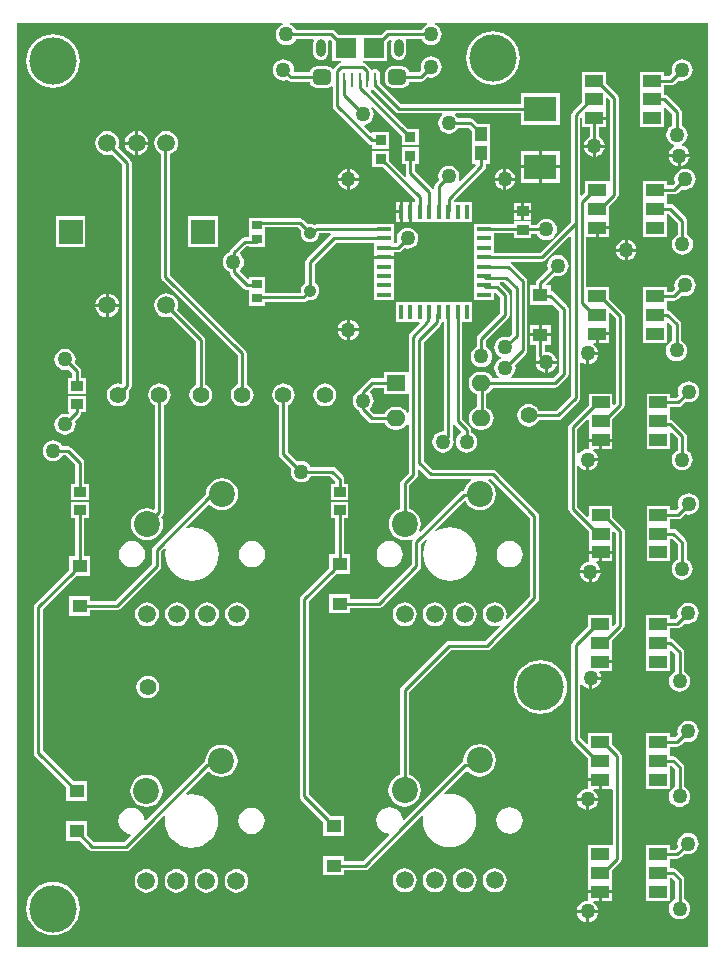
<source format=gtl>
G04*
G04 #@! TF.GenerationSoftware,Altium Limited,Altium Designer,20.2.7 (254)*
G04*
G04 Layer_Physical_Order=1*
G04 Layer_Color=255*
%FSLAX44Y44*%
%MOMM*%
G71*
G04*
G04 #@! TF.SameCoordinates,3DC96C9F-A8A8-42D8-A5AB-E266E3FEE33C*
G04*
G04*
G04 #@! TF.FilePolarity,Positive*
G04*
G01*
G75*
%ADD12C,0.2540*%
%ADD15R,0.8500X0.8000*%
%ADD16R,2.0066X2.1082*%
%ADD17R,0.3500X1.2000*%
%ADD18R,1.2000X0.3500*%
%ADD19R,1.6000X1.4000*%
%ADD20O,1.6000X1.4000*%
%ADD21R,1.5000X1.0000*%
%ADD22R,0.9800X0.8600*%
%ADD23R,0.9800X0.8700*%
%ADD24R,0.9300X0.8700*%
%ADD25O,0.2400X1.3500*%
%ADD26R,1.8000X1.7000*%
G04:AMPARAMS|DCode=27|XSize=1.5mm|YSize=1.3mm|CornerRadius=0.325mm|HoleSize=0mm|Usage=FLASHONLY|Rotation=180.000|XOffset=0mm|YOffset=0mm|HoleType=Round|Shape=RoundedRectangle|*
%AMROUNDEDRECTD27*
21,1,1.5000,0.6500,0,0,180.0*
21,1,0.8500,1.3000,0,0,180.0*
1,1,0.6500,-0.4250,0.3250*
1,1,0.6500,0.4250,0.3250*
1,1,0.6500,0.4250,-0.3250*
1,1,0.6500,-0.4250,-0.3250*
%
%ADD27ROUNDEDRECTD27*%
%ADD28R,2.8000X2.1500*%
%ADD29R,1.2438X1.1382*%
%ADD30R,1.0000X1.2000*%
%ADD48C,1.4986*%
%ADD50C,1.3970*%
%ADD52C,1.0500*%
%ADD53C,1.5000*%
%ADD54C,2.2000*%
%ADD55O,0.8000X1.5000*%
%ADD56C,4.0000*%
%ADD57C,1.2700*%
G36*
X354394Y790836D02*
X353017Y790265D01*
X351160Y788840D01*
X349735Y786983D01*
X349487Y786385D01*
X321000D01*
X319513Y786089D01*
X318253Y785247D01*
X315046Y782040D01*
X297810D01*
X297460Y782040D01*
X296540D01*
X296190Y782040D01*
X278954D01*
X275747Y785247D01*
X274487Y786089D01*
X273000Y786385D01*
X243013D01*
X242765Y786983D01*
X241340Y788840D01*
X239483Y790265D01*
X238106Y790836D01*
X238359Y792106D01*
X354141Y792106D01*
X354394Y790836D01*
D02*
G37*
G36*
X592106Y10000D02*
X7106D01*
Y792106D01*
X231641D01*
X231894Y790836D01*
X230517Y790265D01*
X228660Y788840D01*
X227235Y786983D01*
X226339Y784821D01*
X226033Y782500D01*
X226339Y780179D01*
X227235Y778017D01*
X228660Y776160D01*
X230517Y774735D01*
X232679Y773839D01*
X235000Y773533D01*
X237321Y773839D01*
X239483Y774735D01*
X241340Y776160D01*
X242765Y778017D01*
X243013Y778615D01*
X257445D01*
X258100Y777345D01*
X257628Y776207D01*
X257404Y774500D01*
Y767500D01*
X257628Y765793D01*
X258287Y764202D01*
X259336Y762836D01*
X260702Y761787D01*
X262293Y761128D01*
X264000Y760904D01*
X265707Y761128D01*
X267298Y761787D01*
X268664Y762836D01*
X269713Y764202D01*
X270372Y765793D01*
X270597Y767500D01*
Y774500D01*
X270372Y776207D01*
X270041Y777006D01*
X270713Y778192D01*
X271706Y778300D01*
X273460Y776546D01*
Y759960D01*
X281582D01*
X281593Y758695D01*
X280107Y758399D01*
X278847Y757557D01*
X275443Y754153D01*
X275121Y753671D01*
X273594D01*
X273424Y753924D01*
X271509Y755204D01*
X269250Y755653D01*
X260750D01*
X258491Y755204D01*
X256576Y753924D01*
X255296Y752009D01*
X254973Y750385D01*
X242151D01*
X241314Y751339D01*
X241467Y752500D01*
X241161Y754821D01*
X240265Y756983D01*
X238840Y758840D01*
X236983Y760265D01*
X234821Y761161D01*
X232500Y761467D01*
X230179Y761161D01*
X228017Y760265D01*
X226160Y758840D01*
X224735Y756983D01*
X223839Y754821D01*
X223533Y752500D01*
X223839Y750179D01*
X224735Y748017D01*
X226160Y746160D01*
X228017Y744735D01*
X230179Y743839D01*
X232500Y743533D01*
X234821Y743839D01*
X235419Y744087D01*
X235753Y743753D01*
X237013Y742911D01*
X238500Y742615D01*
X254973D01*
X255296Y740991D01*
X256576Y739076D01*
X258491Y737796D01*
X260750Y737347D01*
X269250D01*
X271509Y737796D01*
X273035Y738816D01*
X274305Y738282D01*
Y721810D01*
X274601Y720323D01*
X275443Y719063D01*
X304453Y690053D01*
X305713Y689211D01*
X307200Y688915D01*
X307810D01*
Y685910D01*
X322190D01*
Y699690D01*
X307810D01*
Y699343D01*
X306637Y698857D01*
X300655Y704839D01*
X301110Y706180D01*
X302321Y706339D01*
X304483Y707235D01*
X306340Y708660D01*
X307765Y710517D01*
X308661Y712679D01*
X308967Y715000D01*
X308661Y717321D01*
X307765Y719483D01*
X306958Y720536D01*
X307915Y721375D01*
X332810Y696480D01*
Y688710D01*
X347190D01*
Y702490D01*
X337787D01*
X306275Y734002D01*
X306452Y735506D01*
X307074Y735882D01*
X307594Y735809D01*
X308541Y735177D01*
X308901Y735105D01*
X327203Y716803D01*
X328464Y715961D01*
X329950Y715665D01*
X366452D01*
X366883Y714395D01*
X366160Y713840D01*
X364735Y711983D01*
X363839Y709821D01*
X363533Y707500D01*
X363839Y705179D01*
X364735Y703017D01*
X366160Y701160D01*
X368017Y699735D01*
X370179Y698839D01*
X372500Y698533D01*
X374821Y698839D01*
X376983Y699735D01*
X378840Y701160D01*
X380265Y703017D01*
X380513Y703615D01*
X389141D01*
X392460Y700296D01*
Y689710D01*
Y673210D01*
X394839D01*
X395365Y671940D01*
X381780Y658355D01*
X380703Y659074D01*
X381161Y660179D01*
X381467Y662500D01*
X381161Y664821D01*
X380265Y666983D01*
X378840Y668840D01*
X376983Y670265D01*
X374821Y671161D01*
X372500Y671467D01*
X370179Y671161D01*
X368017Y670265D01*
X366160Y668840D01*
X364735Y666983D01*
X363839Y664821D01*
X363533Y662500D01*
X363839Y660179D01*
X364087Y659581D01*
X361253Y656747D01*
X360411Y655487D01*
X360115Y654000D01*
Y652016D01*
X358845Y651630D01*
X358747Y651778D01*
X343885Y666640D01*
Y673110D01*
X347190D01*
Y686890D01*
X332810D01*
Y673110D01*
X336115D01*
Y665031D01*
X336411Y663544D01*
X336745Y663045D01*
X335758Y662235D01*
X322190Y675804D01*
Y684090D01*
X307810D01*
Y670310D01*
X316696D01*
X344115Y642891D01*
Y640958D01*
X341270D01*
Y632418D01*
Y623878D01*
X392290D01*
Y640958D01*
X377064D01*
X376641Y642228D01*
X402747Y668334D01*
X403589Y669594D01*
X403885Y671081D01*
Y673210D01*
X407540D01*
Y689710D01*
Y706790D01*
X396954D01*
X393497Y710247D01*
X392237Y711089D01*
X390750Y711385D01*
X380513D01*
X380265Y711983D01*
X378840Y713840D01*
X378117Y714395D01*
X378548Y715665D01*
X433460D01*
Y706260D01*
X466540D01*
Y732840D01*
X433460D01*
Y723435D01*
X331559D01*
X313885Y741109D01*
Y744250D01*
X313813Y744609D01*
Y749800D01*
X313523Y751259D01*
X312696Y752496D01*
X311459Y753323D01*
X310000Y753613D01*
X308541Y753323D01*
X307718Y752773D01*
X307252Y752815D01*
X306426Y753035D01*
X306220Y753161D01*
X305557Y754153D01*
X302153Y757557D01*
X300893Y758399D01*
X299407Y758695D01*
X299418Y759960D01*
X320540D01*
Y776546D01*
X322294Y778300D01*
X323287Y778192D01*
X323959Y777006D01*
X323628Y776207D01*
X323404Y774500D01*
Y767500D01*
X323628Y765793D01*
X324287Y764202D01*
X325336Y762836D01*
X326702Y761787D01*
X328293Y761128D01*
X330000Y760904D01*
X331707Y761128D01*
X333298Y761787D01*
X334664Y762836D01*
X335713Y764202D01*
X336372Y765793D01*
X336596Y767500D01*
Y774500D01*
X336372Y776207D01*
X335900Y777345D01*
X336555Y778615D01*
X349487D01*
X349735Y778017D01*
X351160Y776160D01*
X353017Y774735D01*
X355179Y773839D01*
X357500Y773533D01*
X359821Y773839D01*
X361983Y774735D01*
X363840Y776160D01*
X365265Y778017D01*
X366161Y780179D01*
X366467Y782500D01*
X366161Y784821D01*
X365265Y786983D01*
X363840Y788840D01*
X361983Y790265D01*
X360606Y790836D01*
X360859Y792106D01*
X592106D01*
Y10000D01*
D02*
G37*
%LPC*%
G36*
X357500Y763967D02*
X355179Y763661D01*
X353017Y762765D01*
X351160Y761340D01*
X349735Y759483D01*
X348839Y757321D01*
X348533Y755000D01*
X348839Y752679D01*
X349087Y752081D01*
X347391Y750385D01*
X339027D01*
X338704Y752009D01*
X337424Y753924D01*
X335509Y755204D01*
X333250Y755653D01*
X324750D01*
X322491Y755204D01*
X320576Y753924D01*
X319296Y752009D01*
X318847Y749750D01*
Y743250D01*
X319296Y740991D01*
X320576Y739076D01*
X322491Y737796D01*
X324750Y737347D01*
X333250D01*
X335509Y737796D01*
X337424Y739076D01*
X338704Y740991D01*
X339027Y742615D01*
X349000D01*
X350487Y742911D01*
X351747Y743753D01*
X354580Y746587D01*
X355179Y746339D01*
X357500Y746033D01*
X359821Y746339D01*
X361983Y747235D01*
X363840Y748660D01*
X365265Y750517D01*
X366161Y752679D01*
X366467Y755000D01*
X366161Y757321D01*
X365265Y759483D01*
X363840Y761340D01*
X361983Y762765D01*
X359821Y763661D01*
X357500Y763967D01*
D02*
G37*
G36*
X570000Y761467D02*
X567679Y761161D01*
X565517Y760265D01*
X563660Y758840D01*
X562235Y756983D01*
X561339Y754821D01*
X561033Y752500D01*
X561339Y750179D01*
X561587Y749581D01*
X559391Y747385D01*
X554540D01*
Y751040D01*
X534460D01*
Y736310D01*
X534460Y735960D01*
Y735040D01*
X534460Y734690D01*
Y720310D01*
X534460Y719960D01*
Y719040D01*
X534460Y718690D01*
Y703960D01*
X554540D01*
Y718690D01*
X554540Y719040D01*
Y719960D01*
X554540Y720310D01*
Y720807D01*
X555713Y721293D01*
X561715Y715291D01*
Y705513D01*
X561117Y705265D01*
X559260Y703840D01*
X557835Y701983D01*
X556939Y699821D01*
X556633Y697500D01*
X556939Y695179D01*
X557835Y693017D01*
X559260Y691160D01*
X561117Y689735D01*
X562784Y689044D01*
X562925Y688271D01*
X562887Y687666D01*
X561160Y686340D01*
X559735Y684483D01*
X558839Y682321D01*
X558700Y681270D01*
X576300D01*
X576161Y682321D01*
X575265Y684483D01*
X573840Y686340D01*
X571983Y687765D01*
X570316Y688456D01*
X570175Y689230D01*
X570214Y689835D01*
X571940Y691160D01*
X573365Y693017D01*
X574261Y695179D01*
X574567Y697500D01*
X574261Y699821D01*
X573365Y701983D01*
X571940Y703840D01*
X570083Y705265D01*
X569485Y705513D01*
Y716900D01*
X569189Y718387D01*
X568347Y719647D01*
X557747Y730247D01*
X556487Y731089D01*
X555000Y731385D01*
X554540D01*
Y734690D01*
X554540Y735040D01*
Y735960D01*
X554540Y736310D01*
Y739615D01*
X561000D01*
X562487Y739911D01*
X563747Y740753D01*
X567081Y744087D01*
X567679Y743839D01*
X570000Y743533D01*
X572321Y743839D01*
X574483Y744735D01*
X576340Y746160D01*
X577765Y748017D01*
X578661Y750179D01*
X578967Y752500D01*
X578661Y754821D01*
X577765Y756983D01*
X576340Y758840D01*
X574483Y760265D01*
X572321Y761161D01*
X570000Y761467D01*
D02*
G37*
G36*
X410000Y785149D02*
X405581Y784714D01*
X401333Y783425D01*
X397417Y781332D01*
X393985Y778515D01*
X391168Y775083D01*
X389075Y771167D01*
X387786Y766919D01*
X387351Y762500D01*
X387786Y758081D01*
X389075Y753833D01*
X391168Y749917D01*
X393985Y746485D01*
X397417Y743668D01*
X401333Y741575D01*
X405581Y740286D01*
X410000Y739851D01*
X414419Y740286D01*
X418667Y741575D01*
X422583Y743668D01*
X426015Y746485D01*
X428832Y749917D01*
X430925Y753833D01*
X432214Y758081D01*
X432649Y762500D01*
X432214Y766919D01*
X430925Y771167D01*
X428832Y775083D01*
X426015Y778515D01*
X422583Y781332D01*
X418667Y783425D01*
X414419Y784714D01*
X410000Y785149D01*
D02*
G37*
G36*
X37500Y782649D02*
X33081Y782214D01*
X28833Y780925D01*
X24917Y778832D01*
X21485Y776015D01*
X18668Y772583D01*
X16575Y768667D01*
X15286Y764419D01*
X14851Y760000D01*
X15286Y755581D01*
X16575Y751333D01*
X18668Y747417D01*
X21485Y743985D01*
X24917Y741168D01*
X28833Y739075D01*
X33081Y737786D01*
X37500Y737351D01*
X41919Y737786D01*
X46167Y739075D01*
X50083Y741168D01*
X53515Y743985D01*
X56332Y747417D01*
X58425Y751333D01*
X59714Y755581D01*
X60149Y760000D01*
X59714Y764419D01*
X58425Y768667D01*
X56332Y772583D01*
X53515Y776015D01*
X50083Y778832D01*
X46167Y780925D01*
X41919Y782214D01*
X37500Y782649D01*
D02*
G37*
G36*
X109520Y700582D02*
Y691900D01*
X118202D01*
X118025Y693249D01*
X117014Y695690D01*
X115406Y697786D01*
X113310Y699394D01*
X110869Y700405D01*
X109520Y700582D01*
D02*
G37*
G36*
X106980D02*
X105631Y700405D01*
X103190Y699394D01*
X101094Y697786D01*
X99486Y695690D01*
X98475Y693249D01*
X98298Y691900D01*
X106980D01*
Y700582D01*
D02*
G37*
G36*
X118202Y689360D02*
X109520D01*
Y680678D01*
X110869Y680855D01*
X113310Y681866D01*
X115406Y683474D01*
X117014Y685570D01*
X118025Y688011D01*
X118202Y689360D01*
D02*
G37*
G36*
X106980D02*
X98298D01*
X98475Y688011D01*
X99486Y685570D01*
X101094Y683474D01*
X103190Y681866D01*
X105631Y680855D01*
X106980Y680678D01*
Y689360D01*
D02*
G37*
G36*
X466540Y683740D02*
X451270D01*
Y671720D01*
X466540D01*
Y683740D01*
D02*
G37*
G36*
X448730D02*
X433460D01*
Y671720D01*
X448730D01*
Y683740D01*
D02*
G37*
G36*
X576300Y678730D02*
X568770D01*
Y671200D01*
X569821Y671339D01*
X571983Y672235D01*
X573840Y673660D01*
X575265Y675517D01*
X576161Y677679D01*
X576300Y678730D01*
D02*
G37*
G36*
X566230D02*
X558700D01*
X558839Y677679D01*
X559735Y675517D01*
X561160Y673660D01*
X563017Y672235D01*
X565179Y671339D01*
X566230Y671200D01*
Y678730D01*
D02*
G37*
G36*
X421270Y668800D02*
Y661270D01*
X428800D01*
X428661Y662321D01*
X427765Y664483D01*
X426340Y666340D01*
X424483Y667765D01*
X422321Y668661D01*
X421270Y668800D01*
D02*
G37*
G36*
X418730D02*
X417679Y668661D01*
X415517Y667765D01*
X413660Y666340D01*
X412235Y664483D01*
X411339Y662321D01*
X411200Y661270D01*
X418730D01*
Y668800D01*
D02*
G37*
G36*
X288770D02*
Y661270D01*
X296299D01*
X296161Y662321D01*
X295265Y664483D01*
X293840Y666340D01*
X291983Y667765D01*
X289821Y668661D01*
X288770Y668800D01*
D02*
G37*
G36*
X286230D02*
X285179Y668661D01*
X283017Y667765D01*
X281160Y666340D01*
X279735Y664483D01*
X278839Y662321D01*
X278701Y661270D01*
X286230D01*
Y668800D01*
D02*
G37*
G36*
X466540Y669180D02*
X451270D01*
Y657160D01*
X466540D01*
Y669180D01*
D02*
G37*
G36*
X448730D02*
X433460D01*
Y657160D01*
X448730D01*
Y669180D01*
D02*
G37*
G36*
X572500Y668967D02*
X570179Y668661D01*
X568017Y667765D01*
X566160Y666340D01*
X564735Y664483D01*
X563839Y662321D01*
X563533Y660000D01*
X563839Y657679D01*
X564087Y657081D01*
X561891Y654885D01*
X557040D01*
Y658540D01*
X536960D01*
Y643810D01*
X536960Y643460D01*
Y642540D01*
X536960Y642190D01*
Y627810D01*
X536960Y627460D01*
Y626540D01*
X536960Y626190D01*
Y611460D01*
X557040D01*
Y626190D01*
X557040Y626540D01*
Y627460D01*
X557040Y627810D01*
Y631115D01*
X558391D01*
X566415Y623091D01*
Y613013D01*
X565817Y612765D01*
X563960Y611340D01*
X562535Y609483D01*
X561639Y607321D01*
X561333Y605000D01*
X561639Y602679D01*
X562535Y600517D01*
X563960Y598660D01*
X565817Y597235D01*
X567979Y596339D01*
X570300Y596033D01*
X572621Y596339D01*
X574783Y597235D01*
X576640Y598660D01*
X578065Y600517D01*
X578961Y602679D01*
X579267Y605000D01*
X578961Y607321D01*
X578065Y609483D01*
X576640Y611340D01*
X574783Y612765D01*
X574185Y613013D01*
Y624700D01*
X573889Y626187D01*
X573047Y627447D01*
X562747Y637747D01*
X561487Y638589D01*
X560000Y638885D01*
X557040D01*
Y642190D01*
X557040Y642540D01*
Y643460D01*
X557040Y643810D01*
Y647115D01*
X563500D01*
X564987Y647411D01*
X566247Y648253D01*
X569580Y651587D01*
X570179Y651339D01*
X572500Y651033D01*
X574821Y651339D01*
X576983Y652235D01*
X578840Y653660D01*
X580265Y655517D01*
X581161Y657679D01*
X581467Y660000D01*
X581161Y662321D01*
X580265Y664483D01*
X578840Y666340D01*
X576983Y667765D01*
X574821Y668661D01*
X572500Y668967D01*
D02*
G37*
G36*
X428800Y658730D02*
X421270D01*
Y651200D01*
X422321Y651339D01*
X424483Y652235D01*
X426340Y653660D01*
X427765Y655517D01*
X428661Y657679D01*
X428800Y658730D01*
D02*
G37*
G36*
X418730D02*
X411200D01*
X411339Y657679D01*
X412235Y655517D01*
X413660Y653660D01*
X415517Y652235D01*
X417679Y651339D01*
X418730Y651200D01*
Y658730D01*
D02*
G37*
G36*
X296299D02*
X288770D01*
Y651200D01*
X289821Y651339D01*
X291983Y652235D01*
X293840Y653660D01*
X295265Y655517D01*
X296161Y657679D01*
X296299Y658730D01*
D02*
G37*
G36*
X286230D02*
X278701D01*
X278839Y657679D01*
X279735Y655517D01*
X281160Y653660D01*
X283017Y652235D01*
X285179Y651339D01*
X286230Y651200D01*
Y658730D01*
D02*
G37*
G36*
X442440Y639490D02*
X436270D01*
Y633920D01*
X442440D01*
Y639490D01*
D02*
G37*
G36*
X433730D02*
X427560D01*
Y633920D01*
X433730D01*
Y639490D01*
D02*
G37*
G36*
X330730Y640958D02*
X327710D01*
Y633688D01*
X330730D01*
Y640958D01*
D02*
G37*
G36*
X442440Y631380D02*
X436270D01*
Y625810D01*
X442440D01*
Y631380D01*
D02*
G37*
G36*
X433730D02*
X427560D01*
Y625810D01*
X433730D01*
Y631380D01*
D02*
G37*
G36*
X338730Y640958D02*
X333270D01*
Y632418D01*
Y623878D01*
X338730D01*
Y632418D01*
Y640958D01*
D02*
G37*
G36*
X330730Y631148D02*
X327710D01*
Y623878D01*
X330730D01*
Y631148D01*
D02*
G37*
G36*
X508040Y617730D02*
X499270D01*
Y611460D01*
X508040D01*
Y617730D01*
D02*
G37*
G36*
X505540Y751040D02*
X485460D01*
Y736310D01*
X485460Y735960D01*
X485460D01*
Y735040D01*
X485460D01*
Y725454D01*
X477253Y717247D01*
X476411Y715987D01*
X476115Y714500D01*
Y624109D01*
X449891Y597885D01*
X410958D01*
Y605710D01*
Y614115D01*
X427560D01*
Y610510D01*
X442440D01*
Y613615D01*
X446987D01*
X447235Y613017D01*
X448660Y611160D01*
X450517Y609735D01*
X452679Y608839D01*
X455000Y608533D01*
X457321Y608839D01*
X459483Y609735D01*
X461340Y611160D01*
X462765Y613017D01*
X463661Y615179D01*
X463967Y617500D01*
X463661Y619821D01*
X462765Y621983D01*
X461340Y623840D01*
X459483Y625265D01*
X457321Y626161D01*
X455000Y626467D01*
X452679Y626161D01*
X450517Y625265D01*
X448660Y623840D01*
X447235Y621983D01*
X446987Y621385D01*
X442440D01*
Y624190D01*
X427560D01*
Y621885D01*
X410958D01*
Y622290D01*
X393878D01*
Y613710D01*
Y605710D01*
Y597710D01*
Y589710D01*
Y581710D01*
Y573710D01*
Y565710D01*
Y557710D01*
X410958D01*
Y563423D01*
X412228Y563949D01*
X416115Y560062D01*
Y546609D01*
X397253Y527747D01*
X396411Y526487D01*
X396115Y525000D01*
Y518013D01*
X395517Y517765D01*
X393660Y516340D01*
X392235Y514483D01*
X391339Y512321D01*
X391033Y510000D01*
X391339Y507679D01*
X392235Y505517D01*
X393660Y503660D01*
X395517Y502235D01*
X397679Y501339D01*
X400000Y501033D01*
X402321Y501339D01*
X404483Y502235D01*
X406340Y503660D01*
X407765Y505517D01*
X408661Y507679D01*
X408967Y510000D01*
X408661Y512321D01*
X407765Y514483D01*
X406340Y516340D01*
X404483Y517765D01*
X403885Y518013D01*
Y523391D01*
X422747Y542253D01*
X423589Y543513D01*
X423885Y545000D01*
Y561671D01*
X423589Y563157D01*
X422747Y564417D01*
X415734Y571431D01*
X415586Y571529D01*
X415971Y572799D01*
X419207D01*
X426035Y565971D01*
Y529109D01*
X422862Y525936D01*
X422320Y526160D01*
X419999Y526466D01*
X417678Y526160D01*
X415516Y525264D01*
X413659Y523839D01*
X412234Y521982D01*
X411338Y519820D01*
X411032Y517499D01*
X411338Y515178D01*
X412234Y513016D01*
X413659Y511158D01*
X415516Y509734D01*
X416233Y509437D01*
Y508062D01*
X415517Y507765D01*
X413660Y506340D01*
X412235Y504483D01*
X411339Y502321D01*
X411033Y500000D01*
X411339Y497679D01*
X412235Y495517D01*
X413660Y493660D01*
X414969Y492655D01*
X414538Y491385D01*
X409717D01*
X409333Y492311D01*
X407804Y494304D01*
X405811Y495833D01*
X403490Y496794D01*
X401000Y497122D01*
X399000D01*
X396510Y496794D01*
X394189Y495833D01*
X392196Y494304D01*
X390667Y492311D01*
X389706Y489990D01*
X389378Y487500D01*
X389706Y485009D01*
X390667Y482689D01*
X392196Y480696D01*
X394189Y479167D01*
X396437Y478235D01*
Y466765D01*
X394189Y465833D01*
X392196Y464304D01*
X390667Y462311D01*
X389706Y459990D01*
X389378Y457500D01*
X389706Y455010D01*
X390667Y452689D01*
X392196Y450696D01*
X394189Y449167D01*
X396510Y448206D01*
X399000Y447878D01*
X401000D01*
X403490Y448206D01*
X405811Y449167D01*
X407804Y450696D01*
X409333Y452689D01*
X410294Y455010D01*
X410622Y457500D01*
X410294Y459990D01*
X409333Y462311D01*
X407804Y464304D01*
X405811Y465833D01*
X404207Y466498D01*
Y478502D01*
X405811Y479167D01*
X407804Y480696D01*
X409333Y482689D01*
X409717Y483615D01*
X462500D01*
X463987Y483911D01*
X465247Y484753D01*
X472667Y492173D01*
X473509Y493433D01*
X473805Y494920D01*
Y550080D01*
X473509Y551567D01*
X472667Y552827D01*
X461288Y564206D01*
X460028Y565048D01*
X458759Y565300D01*
Y570098D01*
X455521D01*
X454995Y571368D01*
X462034Y578407D01*
X462519Y578206D01*
X464840Y577900D01*
X467161Y578206D01*
X469323Y579102D01*
X471180Y580527D01*
X472605Y582384D01*
X473501Y584546D01*
X473807Y586867D01*
X473501Y589188D01*
X472605Y591350D01*
X471180Y593207D01*
X469323Y594632D01*
X467161Y595528D01*
X464840Y595834D01*
X462519Y595528D01*
X460357Y594632D01*
X458500Y593207D01*
X457075Y591350D01*
X456179Y589188D01*
X455873Y586867D01*
X456179Y584546D01*
X456474Y583834D01*
X447253Y574614D01*
X446411Y573354D01*
X446115Y571867D01*
Y570098D01*
X441241D01*
Y565954D01*
X441166Y565579D01*
Y565051D01*
X441241Y564676D01*
Y553636D01*
X458759D01*
Y554088D01*
X459932Y554574D01*
X466035Y548471D01*
Y496529D01*
X460891Y491385D01*
X425462D01*
X425031Y492655D01*
X426340Y493660D01*
X427765Y495517D01*
X428661Y497679D01*
X428967Y500000D01*
X428661Y502321D01*
X428413Y502919D01*
X437747Y512253D01*
X438589Y513513D01*
X438885Y515000D01*
Y573512D01*
X438589Y574999D01*
X437747Y576259D01*
X425259Y588747D01*
X425112Y588845D01*
X425497Y590115D01*
X451500D01*
X452987Y590411D01*
X454247Y591253D01*
X474942Y611948D01*
X476115Y611462D01*
Y476609D01*
X463391Y463885D01*
X448701D01*
X448320Y464804D01*
X446793Y466793D01*
X444804Y468320D01*
X442486Y469280D01*
X440000Y469607D01*
X437514Y469280D01*
X435196Y468320D01*
X433207Y466793D01*
X431680Y464804D01*
X430720Y462486D01*
X430393Y460000D01*
X430720Y457514D01*
X431680Y455196D01*
X433207Y453207D01*
X435196Y451680D01*
X437514Y450720D01*
X440000Y450393D01*
X442486Y450720D01*
X444804Y451680D01*
X446793Y453207D01*
X448320Y455196D01*
X448701Y456115D01*
X465000D01*
X466487Y456411D01*
X467747Y457253D01*
X482747Y472253D01*
X483589Y473513D01*
X483885Y475000D01*
Y504674D01*
X485024Y505236D01*
X485677Y504735D01*
X487839Y503839D01*
X488890Y503700D01*
Y512500D01*
X490160D01*
Y513770D01*
X498960D01*
X498821Y514821D01*
X497925Y516983D01*
X496500Y518840D01*
X494742Y520190D01*
X494739Y520330D01*
X495549Y521460D01*
X496730D01*
Y529000D01*
X498000D01*
Y530270D01*
X508040D01*
Y536540D01*
X508040D01*
Y537460D01*
X508040D01*
Y546307D01*
X509213Y546793D01*
X513615Y542391D01*
Y470609D01*
X512213Y469207D01*
X511040Y469693D01*
Y478540D01*
X490960D01*
Y468954D01*
X474753Y452747D01*
X473911Y451487D01*
X473615Y450000D01*
Y381000D01*
X473911Y379513D01*
X474753Y378253D01*
X490960Y362046D01*
Y352810D01*
X490960Y352460D01*
Y351540D01*
X490960Y351190D01*
Y345270D01*
X511040D01*
Y351190D01*
X511040Y351540D01*
Y352460D01*
X511040Y352810D01*
Y361307D01*
X512213Y361793D01*
X513615Y360391D01*
Y283609D01*
X511713Y281707D01*
X510540Y282193D01*
Y291040D01*
X490460D01*
Y281454D01*
X477253Y268247D01*
X476411Y266987D01*
X476115Y265500D01*
Y185500D01*
X476411Y184013D01*
X477253Y182753D01*
X490460Y169546D01*
Y160310D01*
X490460Y159960D01*
Y159040D01*
X490460Y158690D01*
Y152770D01*
X500500D01*
Y151500D01*
X501770D01*
Y143960D01*
X509845D01*
X510540Y143960D01*
X511115Y142928D01*
Y97072D01*
X510540Y96040D01*
X490460D01*
Y80960D01*
X490460Y80960D01*
Y80040D01*
X490460D01*
X490460Y79690D01*
Y65310D01*
X490460Y64960D01*
Y64040D01*
X490460Y63690D01*
Y57770D01*
X510540D01*
Y63690D01*
X510540Y64040D01*
Y64960D01*
X510540Y65310D01*
Y74546D01*
X517747Y81753D01*
X518589Y83014D01*
X518885Y84500D01*
Y171500D01*
X518589Y172987D01*
X517747Y174247D01*
X510540Y181454D01*
Y191040D01*
X490460D01*
Y182193D01*
X489287Y181707D01*
X483885Y187109D01*
Y232038D01*
X485155Y232469D01*
X486160Y231159D01*
X488017Y229735D01*
X490179Y228839D01*
X491230Y228701D01*
Y237500D01*
X492500D01*
Y238770D01*
X501300D01*
X501161Y239821D01*
X500265Y241983D01*
X499723Y242690D01*
X500349Y243960D01*
X510540D01*
Y250230D01*
X500500D01*
Y252770D01*
X510540D01*
Y259040D01*
X510540D01*
Y259960D01*
X510540D01*
Y269546D01*
X520247Y279253D01*
X521089Y280514D01*
X521385Y282000D01*
Y362000D01*
X521089Y363487D01*
X520247Y364747D01*
X511040Y373954D01*
Y383540D01*
X490960D01*
Y374693D01*
X489787Y374207D01*
X481385Y382609D01*
Y417038D01*
X482655Y417469D01*
X483660Y416160D01*
X485517Y414735D01*
X487679Y413839D01*
X488730Y413700D01*
Y422500D01*
X490000D01*
Y423770D01*
X498800D01*
X498661Y424821D01*
X497765Y426983D01*
X496340Y428840D01*
X494582Y430190D01*
X494579Y430330D01*
X495388Y431460D01*
X499730D01*
Y437730D01*
X490960D01*
Y432621D01*
X490000Y431467D01*
X489703Y431428D01*
X487679Y431161D01*
X485517Y430265D01*
X483660Y428840D01*
X482655Y427531D01*
X481385Y427962D01*
Y448391D01*
X489787Y456793D01*
X490960Y456307D01*
Y447810D01*
X490960Y447460D01*
Y446540D01*
X490960Y446190D01*
Y440270D01*
X511040D01*
Y446190D01*
X511040Y446540D01*
Y447460D01*
X511040Y447810D01*
Y457046D01*
X520247Y466253D01*
X521089Y467514D01*
X521385Y469000D01*
Y544000D01*
X521089Y545486D01*
X520247Y546747D01*
X508040Y558954D01*
Y568540D01*
X488965D01*
Y611460D01*
X496730D01*
Y619000D01*
X498000D01*
Y620270D01*
X508040D01*
Y626540D01*
X508040D01*
Y627460D01*
X508040D01*
Y637046D01*
X515247Y644253D01*
X516089Y645514D01*
X516385Y647000D01*
Y729000D01*
X516089Y730487D01*
X515247Y731747D01*
X505540Y741454D01*
Y751040D01*
D02*
G37*
G36*
X176830Y628781D02*
X151684D01*
Y602619D01*
X176830D01*
Y628781D01*
D02*
G37*
G36*
X64816D02*
X39670D01*
Y602619D01*
X64816D01*
Y628781D01*
D02*
G37*
G36*
X523770Y608800D02*
Y601270D01*
X531300D01*
X531161Y602321D01*
X530265Y604483D01*
X528840Y606340D01*
X526983Y607765D01*
X524821Y608661D01*
X523770Y608800D01*
D02*
G37*
G36*
X521230D02*
X520179Y608661D01*
X518017Y607765D01*
X516160Y606340D01*
X514735Y604483D01*
X513839Y602321D01*
X513700Y601270D01*
X521230D01*
Y608800D01*
D02*
G37*
G36*
X216790Y627540D02*
X203210D01*
Y614460D01*
Y610885D01*
X199500D01*
X198013Y610589D01*
X196753Y609747D01*
X188147Y601141D01*
X187305Y599881D01*
X187010Y598394D01*
Y598384D01*
X185517Y597765D01*
X183660Y596340D01*
X182235Y594483D01*
X181339Y592321D01*
X181033Y590000D01*
X181339Y587679D01*
X182235Y585517D01*
X183660Y583660D01*
X185517Y582235D01*
X187010Y581616D01*
Y581094D01*
X187305Y579607D01*
X188147Y578347D01*
X199241Y567253D01*
X200501Y566411D01*
X201988Y566115D01*
X203210D01*
Y552460D01*
X216790D01*
Y556115D01*
X249400D01*
X250887Y556411D01*
X252147Y557253D01*
X252922Y558029D01*
X252966Y558010D01*
X255000Y557743D01*
X257034Y558010D01*
X258929Y558796D01*
X260556Y560044D01*
X261805Y561671D01*
X262589Y563566D01*
X262857Y565600D01*
X262589Y567634D01*
X261805Y569529D01*
X260556Y571156D01*
X258929Y572405D01*
X258885Y572423D01*
Y588391D01*
X276609Y606115D01*
X309042D01*
Y597710D01*
Y595270D01*
X317582D01*
X326122D01*
Y598115D01*
X329500D01*
X330987Y598411D01*
X332247Y599253D01*
X334581Y601587D01*
X335179Y601339D01*
X337500Y601033D01*
X339821Y601339D01*
X341983Y602235D01*
X343840Y603660D01*
X345265Y605517D01*
X346161Y607679D01*
X346467Y610000D01*
X346161Y612321D01*
X345265Y614483D01*
X343840Y616340D01*
X341983Y617765D01*
X339821Y618661D01*
X337500Y618967D01*
X335179Y618661D01*
X333017Y617765D01*
X331160Y616340D01*
X329735Y614483D01*
X328839Y612321D01*
X328533Y610000D01*
X328839Y607679D01*
X329087Y607080D01*
X327891Y605885D01*
X326122D01*
Y613710D01*
Y622290D01*
X309042D01*
Y621885D01*
X260468D01*
X258981Y621589D01*
X258606Y621338D01*
X257034Y621990D01*
X255000Y622257D01*
X252966Y621990D01*
X252922Y621971D01*
X249147Y625747D01*
X247887Y626589D01*
X246400Y626885D01*
X216790D01*
Y627540D01*
D02*
G37*
G36*
X531300Y598730D02*
X523770D01*
Y591200D01*
X524821Y591339D01*
X526983Y592235D01*
X528840Y593660D01*
X530265Y595517D01*
X531161Y597679D01*
X531300Y598730D01*
D02*
G37*
G36*
X521230D02*
X513700D01*
X513839Y597679D01*
X514735Y595517D01*
X516160Y593660D01*
X518017Y592235D01*
X520179Y591339D01*
X521230Y591200D01*
Y598730D01*
D02*
G37*
G36*
X572500Y578967D02*
X570179Y578661D01*
X568017Y577765D01*
X566160Y576340D01*
X564735Y574483D01*
X563839Y572321D01*
X563533Y570000D01*
X563839Y567679D01*
X564087Y567081D01*
X561891Y564885D01*
X557040D01*
Y568540D01*
X536960D01*
Y553810D01*
X536960Y553460D01*
Y552540D01*
X536960Y552190D01*
Y537810D01*
X536960Y537460D01*
Y536540D01*
X536960Y536190D01*
Y521460D01*
X557040D01*
Y536190D01*
X557040Y536540D01*
Y537460D01*
X557040Y537810D01*
Y538307D01*
X558213Y538793D01*
X561415Y535591D01*
Y523013D01*
X560817Y522765D01*
X558960Y521340D01*
X557535Y519483D01*
X556639Y517321D01*
X556333Y515000D01*
X556639Y512679D01*
X557535Y510517D01*
X558960Y508660D01*
X560817Y507235D01*
X562979Y506339D01*
X565300Y506033D01*
X567621Y506339D01*
X569783Y507235D01*
X571640Y508660D01*
X573065Y510517D01*
X573961Y512679D01*
X574267Y515000D01*
X573961Y517321D01*
X573065Y519483D01*
X571640Y521340D01*
X569783Y522765D01*
X569185Y523013D01*
Y537200D01*
X568889Y538687D01*
X568047Y539947D01*
X560247Y547747D01*
X558987Y548589D01*
X557500Y548885D01*
X557040D01*
Y552190D01*
X557040Y552540D01*
Y553460D01*
X557040Y553810D01*
Y557115D01*
X563500D01*
X564987Y557411D01*
X566247Y558253D01*
X569580Y561587D01*
X570179Y561339D01*
X572500Y561033D01*
X574821Y561339D01*
X576983Y562235D01*
X578840Y563660D01*
X580265Y565517D01*
X581161Y567679D01*
X581467Y570000D01*
X581161Y572321D01*
X580265Y574483D01*
X578840Y576340D01*
X576983Y577765D01*
X574821Y578661D01*
X572500Y578967D01*
D02*
G37*
G36*
X326122Y592730D02*
X317582D01*
X309042D01*
Y589710D01*
Y581710D01*
Y573710D01*
Y565710D01*
Y557710D01*
X326122D01*
Y565710D01*
Y573710D01*
Y581710D01*
Y589710D01*
Y592730D01*
D02*
G37*
G36*
X84520Y563082D02*
Y554400D01*
X93202D01*
X93025Y555749D01*
X92014Y558190D01*
X90406Y560286D01*
X88310Y561894D01*
X85869Y562905D01*
X84520Y563082D01*
D02*
G37*
G36*
X81980D02*
X80631Y562905D01*
X78190Y561894D01*
X76094Y560286D01*
X74486Y558190D01*
X73475Y555749D01*
X73298Y554400D01*
X81980D01*
Y563082D01*
D02*
G37*
G36*
X93202Y551860D02*
X84520D01*
Y543178D01*
X85869Y543355D01*
X88310Y544366D01*
X90406Y545974D01*
X92014Y548070D01*
X93025Y550511D01*
X93202Y551860D01*
D02*
G37*
G36*
X81980D02*
X73298D01*
X73475Y550511D01*
X74486Y548070D01*
X76094Y545974D01*
X78190Y544366D01*
X80631Y543355D01*
X81980Y543178D01*
Y551860D01*
D02*
G37*
G36*
X288770Y541300D02*
Y533770D01*
X296299D01*
X296161Y534821D01*
X295265Y536983D01*
X293840Y538840D01*
X291983Y540265D01*
X289821Y541161D01*
X288770Y541300D01*
D02*
G37*
G36*
X286230D02*
X285179Y541161D01*
X283017Y540265D01*
X281160Y538840D01*
X279735Y536983D01*
X278839Y534821D01*
X278701Y533770D01*
X286230D01*
Y541300D01*
D02*
G37*
G36*
X458759Y536364D02*
X451270D01*
Y529403D01*
X458759D01*
Y536364D01*
D02*
G37*
G36*
X448730D02*
X441241D01*
Y529403D01*
X448730D01*
Y536364D01*
D02*
G37*
G36*
X296299Y531230D02*
X288770D01*
Y523700D01*
X289821Y523839D01*
X291983Y524735D01*
X293840Y526160D01*
X295265Y528017D01*
X296161Y530179D01*
X296299Y531230D01*
D02*
G37*
G36*
X286230D02*
X278701D01*
X278839Y530179D01*
X279735Y528017D01*
X281160Y526160D01*
X283017Y524735D01*
X285179Y523839D01*
X286230Y523700D01*
Y531230D01*
D02*
G37*
G36*
X508040Y527730D02*
X499270D01*
Y521460D01*
X508040D01*
Y527730D01*
D02*
G37*
G36*
X458759Y526863D02*
X450000D01*
X441241D01*
Y519902D01*
X446115D01*
Y510000D01*
X446411Y508513D01*
X446671Y508124D01*
X446339Y507321D01*
X446200Y506270D01*
X463800D01*
X463661Y507321D01*
X462765Y509483D01*
X461340Y511340D01*
X459483Y512765D01*
X457321Y513661D01*
X455000Y513967D01*
X454840Y513946D01*
X453885Y514783D01*
Y519902D01*
X458759D01*
Y526863D01*
D02*
G37*
G36*
X498960Y511230D02*
X491430D01*
Y503700D01*
X492481Y503839D01*
X494643Y504735D01*
X496500Y506160D01*
X497925Y508017D01*
X498821Y510179D01*
X498960Y511230D01*
D02*
G37*
G36*
X463800Y503730D02*
X456270D01*
Y496200D01*
X457321Y496339D01*
X459483Y497235D01*
X461340Y498660D01*
X462765Y500517D01*
X463661Y502679D01*
X463800Y503730D01*
D02*
G37*
G36*
X453730D02*
X446200D01*
X446339Y502679D01*
X447235Y500517D01*
X448660Y498660D01*
X450517Y497235D01*
X452679Y496339D01*
X453730Y496200D01*
Y503730D01*
D02*
G37*
G36*
X83250Y700750D02*
X80631Y700405D01*
X78190Y699394D01*
X76094Y697786D01*
X74486Y695690D01*
X73475Y693249D01*
X73130Y690630D01*
X73475Y688011D01*
X74486Y685570D01*
X76094Y683474D01*
X78190Y681866D01*
X80631Y680855D01*
X83250Y680510D01*
X85869Y680855D01*
X87044Y681342D01*
X96115Y672271D01*
Y487687D01*
X95079Y486854D01*
X94845Y486798D01*
X92500Y487107D01*
X90014Y486780D01*
X87696Y485820D01*
X85707Y484293D01*
X84180Y482304D01*
X83220Y479986D01*
X82893Y477500D01*
X83220Y475014D01*
X84180Y472696D01*
X85707Y470707D01*
X87696Y469180D01*
X90014Y468220D01*
X92500Y467893D01*
X94986Y468220D01*
X97304Y469180D01*
X99293Y470707D01*
X100820Y472696D01*
X101780Y475014D01*
X102107Y477500D01*
X101780Y479986D01*
X101399Y480905D01*
X102747Y482253D01*
X103589Y483513D01*
X103885Y485000D01*
Y673880D01*
X103589Y675367D01*
X102747Y676627D01*
X92538Y686836D01*
X93025Y688011D01*
X93370Y690630D01*
X93025Y693249D01*
X92014Y695690D01*
X90406Y697786D01*
X88310Y699394D01*
X85869Y700405D01*
X83250Y700750D01*
D02*
G37*
G36*
X47500Y516467D02*
X45179Y516161D01*
X43017Y515265D01*
X41160Y513840D01*
X39735Y511983D01*
X38839Y509821D01*
X38533Y507500D01*
X38839Y505179D01*
X39735Y503017D01*
X41160Y501160D01*
X43017Y499735D01*
X45179Y498839D01*
X47500Y498533D01*
X49821Y498839D01*
X50420Y499087D01*
X53615Y495891D01*
Y491990D01*
X50060D01*
Y478310D01*
X64940D01*
Y491990D01*
X61385D01*
Y497500D01*
X61089Y498987D01*
X60247Y500247D01*
X55913Y504581D01*
X56161Y505179D01*
X56467Y507500D01*
X56161Y509821D01*
X55265Y511983D01*
X53840Y513840D01*
X51983Y515265D01*
X49821Y516161D01*
X47500Y516467D01*
D02*
G37*
G36*
X575500Y488967D02*
X573179Y488661D01*
X571017Y487765D01*
X569160Y486340D01*
X567735Y484483D01*
X566839Y482321D01*
X566533Y480000D01*
X566839Y477679D01*
X567087Y477080D01*
X564891Y474885D01*
X560040D01*
Y478540D01*
X539960D01*
Y463810D01*
X539960Y463460D01*
Y462540D01*
X539960Y462190D01*
Y447810D01*
X539960Y447460D01*
Y446540D01*
X539960Y446190D01*
Y431460D01*
X560040D01*
Y445170D01*
X561310Y445696D01*
X566115Y440891D01*
Y430513D01*
X565517Y430265D01*
X563660Y428840D01*
X562235Y426983D01*
X561339Y424821D01*
X561033Y422500D01*
X561339Y420179D01*
X562235Y418017D01*
X563660Y416160D01*
X565517Y414735D01*
X567679Y413839D01*
X570000Y413533D01*
X572321Y413839D01*
X574483Y414735D01*
X576340Y416160D01*
X577765Y418017D01*
X578661Y420179D01*
X578967Y422500D01*
X578661Y424821D01*
X577765Y426983D01*
X576340Y428840D01*
X574483Y430265D01*
X573885Y430513D01*
Y442500D01*
X573589Y443987D01*
X572747Y445247D01*
X562569Y455425D01*
X561309Y456267D01*
X560040Y456519D01*
Y462190D01*
X560040Y462540D01*
Y463460D01*
X560040Y463810D01*
Y467115D01*
X566500D01*
X567987Y467411D01*
X569247Y468253D01*
X572581Y471587D01*
X573179Y471339D01*
X575500Y471033D01*
X577821Y471339D01*
X579983Y472235D01*
X581840Y473660D01*
X583265Y475517D01*
X584161Y477679D01*
X584467Y480000D01*
X584161Y482321D01*
X583265Y484483D01*
X581840Y486340D01*
X579983Y487765D01*
X577821Y488661D01*
X575500Y488967D01*
D02*
G37*
G36*
X267500Y487107D02*
X265014Y486780D01*
X262696Y485820D01*
X260707Y484293D01*
X259180Y482304D01*
X258220Y479986D01*
X257893Y477500D01*
X258220Y475014D01*
X259180Y472696D01*
X260707Y470707D01*
X262696Y469180D01*
X265014Y468220D01*
X267500Y467893D01*
X269986Y468220D01*
X272304Y469180D01*
X274293Y470707D01*
X275820Y472696D01*
X276780Y475014D01*
X277107Y477500D01*
X276780Y479986D01*
X275820Y482304D01*
X274293Y484293D01*
X272304Y485820D01*
X269986Y486780D01*
X267500Y487107D01*
D02*
G37*
G36*
X133250Y700750D02*
X130631Y700405D01*
X128190Y699394D01*
X126094Y697786D01*
X124486Y695690D01*
X123475Y693249D01*
X123130Y690630D01*
X123475Y688011D01*
X124486Y685570D01*
X126094Y683474D01*
X128190Y681866D01*
X128615Y681690D01*
Y577500D01*
X128911Y576013D01*
X129753Y574753D01*
X193615Y510891D01*
Y486201D01*
X192696Y485820D01*
X190707Y484293D01*
X189180Y482304D01*
X188220Y479986D01*
X187893Y477500D01*
X188220Y475014D01*
X189180Y472696D01*
X190707Y470707D01*
X192696Y469180D01*
X195014Y468220D01*
X197500Y467893D01*
X199986Y468220D01*
X202304Y469180D01*
X204293Y470707D01*
X205820Y472696D01*
X206780Y475014D01*
X207107Y477500D01*
X206780Y479986D01*
X205820Y482304D01*
X204293Y484293D01*
X202304Y485820D01*
X201385Y486201D01*
Y512500D01*
X201089Y513987D01*
X200247Y515247D01*
X136385Y579109D01*
Y681069D01*
X138310Y681866D01*
X140406Y683474D01*
X142014Y685570D01*
X143025Y688011D01*
X143370Y690630D01*
X143025Y693249D01*
X142014Y695690D01*
X140406Y697786D01*
X138310Y699394D01*
X135869Y700405D01*
X133250Y700750D01*
D02*
G37*
G36*
Y563250D02*
X130631Y562905D01*
X128190Y561894D01*
X126094Y560286D01*
X124486Y558190D01*
X123475Y555749D01*
X123130Y553130D01*
X123475Y550511D01*
X124486Y548070D01*
X126094Y545974D01*
X128190Y544366D01*
X130631Y543355D01*
X133250Y543010D01*
X135869Y543355D01*
X137044Y543842D01*
X158615Y522271D01*
Y486201D01*
X157696Y485820D01*
X155707Y484293D01*
X154180Y482304D01*
X153220Y479986D01*
X152893Y477500D01*
X153220Y475014D01*
X154180Y472696D01*
X155707Y470707D01*
X157696Y469180D01*
X160014Y468220D01*
X162500Y467893D01*
X164986Y468220D01*
X167304Y469180D01*
X169293Y470707D01*
X170820Y472696D01*
X171780Y475014D01*
X172107Y477500D01*
X171780Y479986D01*
X170820Y482304D01*
X169293Y484293D01*
X167304Y485820D01*
X166385Y486201D01*
Y523880D01*
X166089Y525367D01*
X165247Y526627D01*
X142538Y549336D01*
X143025Y550511D01*
X143370Y553130D01*
X143025Y555749D01*
X142014Y558190D01*
X140406Y560286D01*
X138310Y561894D01*
X135869Y562905D01*
X133250Y563250D01*
D02*
G37*
G36*
X64940Y476690D02*
X50060D01*
Y463010D01*
X50857D01*
X51343Y461837D01*
X50420Y460913D01*
X49821Y461161D01*
X47500Y461467D01*
X45179Y461161D01*
X43017Y460265D01*
X41160Y458840D01*
X39735Y456983D01*
X38839Y454821D01*
X38533Y452500D01*
X38839Y450179D01*
X39735Y448017D01*
X41160Y446160D01*
X43017Y444735D01*
X45179Y443839D01*
X47500Y443533D01*
X49821Y443839D01*
X51983Y444735D01*
X53840Y446160D01*
X55265Y448017D01*
X56161Y450179D01*
X56467Y452500D01*
X56161Y454821D01*
X55913Y455420D01*
X60247Y459753D01*
X61089Y461013D01*
X61385Y462500D01*
Y463010D01*
X64940D01*
Y476690D01*
D02*
G37*
G36*
X511040Y437730D02*
X502270D01*
Y431460D01*
X511040D01*
Y437730D01*
D02*
G37*
G36*
X392290Y556122D02*
X327710D01*
Y539042D01*
X347591D01*
X348077Y537869D01*
X339673Y529465D01*
X338831Y528204D01*
X338535Y526718D01*
Y497040D01*
X317460D01*
Y491385D01*
X307500D01*
X306013Y491089D01*
X304753Y490247D01*
X297253Y482747D01*
X296411Y481487D01*
X296227Y480560D01*
X295517Y480265D01*
X293660Y478840D01*
X292235Y476983D01*
X291339Y474821D01*
X291033Y472500D01*
X291339Y470179D01*
X292235Y468017D01*
X293660Y466160D01*
X295517Y464735D01*
X296227Y464440D01*
X296411Y463513D01*
X297253Y462253D01*
X304753Y454753D01*
X306013Y453911D01*
X307500Y453615D01*
X318283D01*
X318667Y452689D01*
X320196Y450696D01*
X322189Y449167D01*
X324510Y448206D01*
X327000Y447878D01*
X329000D01*
X331490Y448206D01*
X333811Y449167D01*
X335804Y450696D01*
X337265Y452601D01*
X337403Y452605D01*
X338535Y451870D01*
Y411529D01*
X332453Y405447D01*
X331611Y404187D01*
X331315Y402700D01*
Y380947D01*
X328372Y379727D01*
X325543Y377557D01*
X323373Y374728D01*
X322009Y371435D01*
X321543Y367900D01*
X322009Y364365D01*
X323373Y361072D01*
X325543Y358243D01*
X328372Y356073D01*
X331665Y354709D01*
X335200Y354243D01*
X338735Y354709D01*
X340990Y355643D01*
X341832Y354617D01*
X341411Y353987D01*
X341115Y352500D01*
Y334109D01*
X311524Y304518D01*
X288759D01*
Y308864D01*
X271241D01*
Y292402D01*
X288759D01*
Y296748D01*
X313133D01*
X314620Y297044D01*
X315880Y297886D01*
X347747Y329753D01*
X348589Y331013D01*
X348885Y332500D01*
Y350891D01*
X352972Y354978D01*
X354003Y354213D01*
X352375Y351167D01*
X351086Y346919D01*
X350651Y342500D01*
X351086Y338081D01*
X352375Y333833D01*
X354468Y329917D01*
X357285Y326485D01*
X360717Y323668D01*
X364633Y321575D01*
X368881Y320286D01*
X373300Y319851D01*
X377719Y320286D01*
X381967Y321575D01*
X385883Y323668D01*
X389315Y326485D01*
X392132Y329917D01*
X394225Y333833D01*
X395514Y338081D01*
X395949Y342500D01*
X395514Y346919D01*
X394225Y351167D01*
X392132Y355083D01*
X389315Y358515D01*
X385883Y361332D01*
X381967Y363425D01*
X377719Y364714D01*
X373300Y365149D01*
X368881Y364714D01*
X364633Y363425D01*
X361587Y361797D01*
X360822Y362828D01*
X385359Y387366D01*
X386605Y387118D01*
X386873Y386472D01*
X389043Y383643D01*
X391872Y381473D01*
X395165Y380108D01*
X398700Y379643D01*
X402235Y380108D01*
X405528Y381473D01*
X408357Y383643D01*
X410527Y386472D01*
X411892Y389765D01*
X412357Y393300D01*
X411892Y396835D01*
X410527Y400128D01*
X408357Y402957D01*
X405896Y404845D01*
X406327Y406115D01*
X408391D01*
X441115Y373391D01*
Y306609D01*
X421828Y287322D01*
X420752Y288042D01*
X421182Y289079D01*
X421527Y291700D01*
X421182Y294321D01*
X420170Y296763D01*
X418561Y298861D01*
X416463Y300470D01*
X414021Y301482D01*
X411400Y301827D01*
X408779Y301482D01*
X406337Y300470D01*
X404239Y298861D01*
X402630Y296763D01*
X401618Y294321D01*
X401273Y291700D01*
X401618Y289079D01*
X402630Y286637D01*
X404239Y284539D01*
X406337Y282930D01*
X408779Y281918D01*
X411400Y281573D01*
X414021Y281918D01*
X415058Y282348D01*
X415778Y281271D01*
X403391Y268885D01*
X372500D01*
X371013Y268589D01*
X369753Y267747D01*
X332253Y230247D01*
X331411Y228987D01*
X331115Y227500D01*
Y155547D01*
X328172Y154327D01*
X325343Y152157D01*
X323173Y149328D01*
X321809Y146035D01*
X321343Y142500D01*
X321809Y138965D01*
X323173Y135672D01*
X325343Y132843D01*
X328172Y130673D01*
X331465Y129309D01*
X335000Y128843D01*
X338535Y129309D01*
X341828Y130673D01*
X344657Y132843D01*
X346827Y135672D01*
X348191Y138965D01*
X348657Y142500D01*
X348191Y146035D01*
X346827Y149328D01*
X344657Y152157D01*
X341828Y154327D01*
X338885Y155547D01*
Y225891D01*
X374109Y261115D01*
X405000D01*
X406487Y261411D01*
X407747Y262253D01*
X447747Y302253D01*
X448589Y303513D01*
X448885Y305000D01*
Y375000D01*
X448589Y376487D01*
X447747Y377747D01*
X412747Y412747D01*
X411487Y413589D01*
X410000Y413885D01*
X359109D01*
X351385Y421609D01*
Y522189D01*
X365143Y535947D01*
X365985Y537207D01*
X366281Y538694D01*
Y538894D01*
X366310Y539042D01*
X368115D01*
Y447006D01*
X367500Y446467D01*
X365179Y446161D01*
X363017Y445265D01*
X361160Y443840D01*
X359735Y441983D01*
X358839Y439821D01*
X358533Y437500D01*
X358839Y435179D01*
X359735Y433017D01*
X361160Y431160D01*
X363017Y429735D01*
X365179Y428839D01*
X367500Y428533D01*
X369821Y428839D01*
X371983Y429735D01*
X373840Y431160D01*
X375265Y433017D01*
X376161Y435179D01*
X376467Y437500D01*
X376161Y439821D01*
X375681Y440979D01*
X375885Y442000D01*
Y452185D01*
X376892Y452583D01*
X377155Y452601D01*
X383087Y446669D01*
X383034Y445622D01*
X382892Y445170D01*
X381160Y443840D01*
X379735Y441983D01*
X378839Y439821D01*
X378533Y437500D01*
X378839Y435179D01*
X379735Y433017D01*
X381160Y431160D01*
X383017Y429735D01*
X385179Y428839D01*
X387500Y428533D01*
X389821Y428839D01*
X391983Y429735D01*
X393840Y431160D01*
X395265Y433017D01*
X396161Y435179D01*
X396467Y437500D01*
X396161Y439821D01*
X395265Y441983D01*
X393840Y443840D01*
X391983Y445265D01*
X391385Y445513D01*
Y447749D01*
X391089Y449236D01*
X390247Y450496D01*
X383725Y457018D01*
Y539042D01*
X392290D01*
Y556122D01*
D02*
G37*
G36*
X498800Y421230D02*
X491270D01*
Y413700D01*
X492321Y413839D01*
X494483Y414735D01*
X496340Y416160D01*
X497765Y418017D01*
X498661Y420179D01*
X498800Y421230D01*
D02*
G37*
G36*
X37500Y438967D02*
X35179Y438661D01*
X33017Y437765D01*
X31160Y436340D01*
X29735Y434483D01*
X28839Y432321D01*
X28533Y430000D01*
X28839Y427679D01*
X29735Y425517D01*
X31160Y423660D01*
X33017Y422235D01*
X35179Y421339D01*
X37500Y421033D01*
X39821Y421339D01*
X41983Y422235D01*
X43840Y423660D01*
X45265Y425517D01*
X45513Y426115D01*
X48391D01*
X56115Y418391D01*
Y402190D01*
X52560D01*
Y388410D01*
X67440D01*
Y402190D01*
X63885D01*
Y420000D01*
X63589Y421487D01*
X62747Y422747D01*
X52747Y432747D01*
X51487Y433589D01*
X50000Y433885D01*
X45513D01*
X45265Y434483D01*
X43840Y436340D01*
X41983Y437765D01*
X39821Y438661D01*
X37500Y438967D01*
D02*
G37*
G36*
X232500Y487107D02*
X230014Y486780D01*
X227696Y485820D01*
X225707Y484293D01*
X224180Y482304D01*
X223220Y479986D01*
X222893Y477500D01*
X223220Y475014D01*
X224180Y472696D01*
X225707Y470707D01*
X227696Y469180D01*
X228615Y468799D01*
Y427500D01*
X228911Y426013D01*
X229753Y424753D01*
X239087Y415419D01*
X238839Y414821D01*
X238533Y412500D01*
X238839Y410179D01*
X239735Y408017D01*
X241160Y406160D01*
X243017Y404735D01*
X245179Y403839D01*
X247500Y403533D01*
X249821Y403839D01*
X251983Y404735D01*
X253840Y406160D01*
X255265Y408017D01*
X255513Y408615D01*
X272237D01*
X276115Y404737D01*
Y402190D01*
X272560D01*
Y388410D01*
X287440D01*
Y402190D01*
X283885D01*
Y406346D01*
X283589Y407833D01*
X282747Y409093D01*
X276593Y415247D01*
X275333Y416089D01*
X273846Y416385D01*
X255513D01*
X255265Y416983D01*
X253840Y418840D01*
X251983Y420265D01*
X249821Y421161D01*
X247500Y421467D01*
X245179Y421161D01*
X244580Y420913D01*
X236385Y429109D01*
Y468799D01*
X237304Y469180D01*
X239293Y470707D01*
X240820Y472696D01*
X241780Y475014D01*
X242107Y477500D01*
X241780Y479986D01*
X240820Y482304D01*
X239293Y484293D01*
X237304Y485820D01*
X234986Y486780D01*
X232500Y487107D01*
D02*
G37*
G36*
X127500D02*
X125014Y486780D01*
X122696Y485820D01*
X120707Y484293D01*
X119180Y482304D01*
X118220Y479986D01*
X117893Y477500D01*
X118220Y475014D01*
X119180Y472696D01*
X120707Y470707D01*
X122696Y469180D01*
X123615Y468799D01*
Y381149D01*
X122345Y380300D01*
X120435Y381091D01*
X116900Y381557D01*
X113365Y381091D01*
X110072Y379727D01*
X107243Y377557D01*
X105073Y374728D01*
X103708Y371435D01*
X103243Y367900D01*
X103708Y364365D01*
X105073Y361072D01*
X107243Y358243D01*
X110072Y356073D01*
X113365Y354709D01*
X116900Y354243D01*
X120435Y354709D01*
X123728Y356073D01*
X126557Y358243D01*
X128727Y361072D01*
X130091Y364365D01*
X130557Y367900D01*
X130091Y371435D01*
X128872Y374378D01*
X130247Y375753D01*
X131089Y377013D01*
X131385Y378500D01*
Y468799D01*
X132304Y469180D01*
X134293Y470707D01*
X135820Y472696D01*
X136780Y475014D01*
X137107Y477500D01*
X136780Y479986D01*
X135820Y482304D01*
X134293Y484293D01*
X132304Y485820D01*
X129986Y486780D01*
X127500Y487107D01*
D02*
G37*
G36*
X575500Y393967D02*
X573179Y393661D01*
X571017Y392765D01*
X569160Y391340D01*
X567735Y389483D01*
X566839Y387321D01*
X566533Y385000D01*
X566839Y382679D01*
X567087Y382081D01*
X564891Y379885D01*
X560040D01*
Y383540D01*
X539960D01*
Y368810D01*
X539960Y368460D01*
Y367540D01*
X539960Y367190D01*
Y352810D01*
X539960Y352460D01*
Y351540D01*
X539960Y351190D01*
Y336460D01*
X560040D01*
Y351190D01*
X560040Y351540D01*
Y352460D01*
X560040Y352810D01*
Y355170D01*
X561310Y355696D01*
X566115Y350891D01*
Y338013D01*
X565517Y337765D01*
X563660Y336340D01*
X562235Y334483D01*
X561339Y332321D01*
X561033Y330000D01*
X561339Y327679D01*
X562235Y325517D01*
X563660Y323660D01*
X565517Y322235D01*
X567679Y321339D01*
X570000Y321033D01*
X572321Y321339D01*
X574483Y322235D01*
X576340Y323660D01*
X577765Y325517D01*
X578661Y327679D01*
X578967Y330000D01*
X578661Y332321D01*
X577765Y334483D01*
X576340Y336340D01*
X574483Y337765D01*
X573885Y338013D01*
Y352500D01*
X573589Y353987D01*
X572747Y355247D01*
X565247Y362747D01*
X563987Y363589D01*
X562500Y363885D01*
X560040D01*
Y367190D01*
X560040Y367540D01*
Y368460D01*
X560040Y368810D01*
Y372115D01*
X566500D01*
X567987Y372411D01*
X569247Y373253D01*
X572581Y376587D01*
X573179Y376339D01*
X575500Y376033D01*
X577821Y376339D01*
X579983Y377235D01*
X581840Y378660D01*
X583265Y380517D01*
X584161Y382679D01*
X584467Y385000D01*
X584161Y387321D01*
X583265Y389483D01*
X581840Y391340D01*
X579983Y392765D01*
X577821Y393661D01*
X575500Y393967D01*
D02*
G37*
G36*
X180400Y406957D02*
X176865Y406492D01*
X173572Y405127D01*
X170743Y402957D01*
X168573Y400128D01*
X167208Y396835D01*
X166760Y393426D01*
X122253Y348919D01*
X121411Y347659D01*
X121115Y346172D01*
Y334109D01*
X89657Y302651D01*
X68759D01*
Y306997D01*
X51241D01*
Y290535D01*
X68759D01*
Y294881D01*
X91266D01*
X92753Y295177D01*
X94013Y296019D01*
X127747Y329753D01*
X128589Y331013D01*
X128885Y332500D01*
Y344563D01*
X131704Y347382D01*
X132759Y346642D01*
X132351Y342500D01*
X132786Y338081D01*
X134075Y333833D01*
X136168Y329917D01*
X138985Y326485D01*
X142417Y323668D01*
X146333Y321575D01*
X150581Y320286D01*
X155000Y319851D01*
X159419Y320286D01*
X163667Y321575D01*
X167583Y323668D01*
X171015Y326485D01*
X173832Y329917D01*
X175925Y333833D01*
X177214Y338081D01*
X177649Y342500D01*
X177214Y346919D01*
X175925Y351167D01*
X173832Y355083D01*
X171015Y358515D01*
X167583Y361332D01*
X163667Y363425D01*
X159419Y364714D01*
X155000Y365149D01*
X150858Y364741D01*
X150118Y365796D01*
X168856Y384534D01*
X170123Y384451D01*
X170743Y383643D01*
X173572Y381473D01*
X176865Y380108D01*
X180400Y379643D01*
X183935Y380108D01*
X187228Y381473D01*
X190057Y383643D01*
X192227Y386472D01*
X193591Y389765D01*
X194057Y393300D01*
X193591Y396835D01*
X192227Y400128D01*
X190057Y402957D01*
X187228Y405127D01*
X183935Y406492D01*
X180400Y406957D01*
D02*
G37*
G36*
X511040Y342730D02*
X502270D01*
Y336460D01*
X511040D01*
Y342730D01*
D02*
G37*
G36*
X424100Y353635D02*
X421218Y353256D01*
X418532Y352143D01*
X416226Y350374D01*
X414457Y348068D01*
X413344Y345382D01*
X412965Y342500D01*
X413344Y339618D01*
X414457Y336932D01*
X416226Y334626D01*
X418532Y332857D01*
X421218Y331744D01*
X424100Y331365D01*
X426982Y331744D01*
X429668Y332857D01*
X431974Y334626D01*
X433743Y336932D01*
X434856Y339618D01*
X435235Y342500D01*
X434856Y345382D01*
X433743Y348068D01*
X431974Y350374D01*
X429668Y352143D01*
X426982Y353256D01*
X424100Y353635D01*
D02*
G37*
G36*
X322500D02*
X319618Y353256D01*
X316932Y352143D01*
X314626Y350374D01*
X312857Y348068D01*
X311744Y345382D01*
X311365Y342500D01*
X311744Y339618D01*
X312857Y336932D01*
X314626Y334626D01*
X316932Y332857D01*
X319618Y331744D01*
X322500Y331365D01*
X325382Y331744D01*
X328068Y332857D01*
X330374Y334626D01*
X332143Y336932D01*
X333256Y339618D01*
X333635Y342500D01*
X333256Y345382D01*
X332143Y348068D01*
X330374Y350374D01*
X328068Y352143D01*
X325382Y353256D01*
X322500Y353635D01*
D02*
G37*
G36*
X205800D02*
X202918Y353256D01*
X200232Y352143D01*
X197926Y350374D01*
X196157Y348068D01*
X195044Y345382D01*
X194665Y342500D01*
X195044Y339618D01*
X196157Y336932D01*
X197926Y334626D01*
X200232Y332857D01*
X202918Y331744D01*
X205800Y331365D01*
X208682Y331744D01*
X211368Y332857D01*
X213674Y334626D01*
X215443Y336932D01*
X216556Y339618D01*
X216935Y342500D01*
X216556Y345382D01*
X215443Y348068D01*
X213674Y350374D01*
X211368Y352143D01*
X208682Y353256D01*
X205800Y353635D01*
D02*
G37*
G36*
X104200D02*
X101318Y353256D01*
X98632Y352143D01*
X96326Y350374D01*
X94557Y348068D01*
X93444Y345382D01*
X93065Y342500D01*
X93444Y339618D01*
X94557Y336932D01*
X96326Y334626D01*
X98632Y332857D01*
X101318Y331744D01*
X104200Y331365D01*
X107082Y331744D01*
X109768Y332857D01*
X112074Y334626D01*
X113843Y336932D01*
X114956Y339618D01*
X115335Y342500D01*
X114956Y345382D01*
X113843Y348068D01*
X112074Y350374D01*
X109768Y352143D01*
X107082Y353256D01*
X104200Y353635D01*
D02*
G37*
G36*
X499730Y342730D02*
X490960D01*
X490960Y337073D01*
X490134Y336226D01*
X489879Y336161D01*
X488793Y335711D01*
X487717Y335265D01*
X485860Y333840D01*
X484435Y331983D01*
X483539Y329821D01*
X483400Y328770D01*
X500999D01*
X500861Y329821D01*
X499965Y331983D01*
X498540Y333840D01*
X496782Y335190D01*
X496779Y335330D01*
X497588Y336460D01*
X499730D01*
Y342730D01*
D02*
G37*
G36*
X500999Y326230D02*
X493470D01*
Y318701D01*
X494521Y318839D01*
X496683Y319735D01*
X498540Y321160D01*
X499965Y323017D01*
X500861Y325179D01*
X500999Y326230D01*
D02*
G37*
G36*
X490930D02*
X483400D01*
X483539Y325179D01*
X484435Y323017D01*
X485860Y321160D01*
X487717Y319735D01*
X489879Y318839D01*
X490930Y318701D01*
Y326230D01*
D02*
G37*
G36*
X575000Y301467D02*
X572679Y301161D01*
X570517Y300265D01*
X568660Y298840D01*
X567235Y296983D01*
X566339Y294821D01*
X566033Y292500D01*
X566339Y290179D01*
X566587Y289581D01*
X564391Y287385D01*
X559540D01*
Y291040D01*
X539460D01*
Y276310D01*
X539460Y275960D01*
Y275040D01*
X539460Y274690D01*
Y260310D01*
X539460Y259960D01*
Y259040D01*
X539460Y258690D01*
Y243960D01*
X559540D01*
Y258690D01*
X559540Y259040D01*
Y259960D01*
X559540Y260310D01*
Y260807D01*
X560713Y261293D01*
X563915Y258091D01*
Y243013D01*
X563317Y242765D01*
X561460Y241340D01*
X560035Y239483D01*
X559139Y237321D01*
X558833Y235000D01*
X559139Y232679D01*
X560035Y230517D01*
X561460Y228660D01*
X563317Y227235D01*
X565479Y226339D01*
X567800Y226033D01*
X570121Y226339D01*
X572283Y227235D01*
X574140Y228660D01*
X575565Y230517D01*
X576461Y232679D01*
X576767Y235000D01*
X576461Y237321D01*
X575565Y239483D01*
X574140Y241340D01*
X572283Y242765D01*
X571685Y243013D01*
Y259700D01*
X571389Y261187D01*
X570547Y262447D01*
X562747Y270247D01*
X561487Y271089D01*
X560000Y271385D01*
X559540D01*
Y274690D01*
X559540Y275040D01*
Y275960D01*
X559540Y276310D01*
Y279615D01*
X566000D01*
X567487Y279911D01*
X568747Y280753D01*
X572080Y284087D01*
X572679Y283839D01*
X575000Y283533D01*
X577321Y283839D01*
X579483Y284735D01*
X581340Y286160D01*
X582765Y288017D01*
X583661Y290179D01*
X583967Y292500D01*
X583661Y294821D01*
X582765Y296983D01*
X581340Y298840D01*
X579483Y300265D01*
X577321Y301161D01*
X575000Y301467D01*
D02*
G37*
G36*
X386000Y301827D02*
X383379Y301482D01*
X380937Y300470D01*
X378839Y298861D01*
X377230Y296763D01*
X376218Y294321D01*
X375873Y291700D01*
X376218Y289079D01*
X377230Y286637D01*
X378839Y284539D01*
X380937Y282930D01*
X383379Y281918D01*
X386000Y281573D01*
X388621Y281918D01*
X391063Y282930D01*
X393161Y284539D01*
X394770Y286637D01*
X395782Y289079D01*
X396127Y291700D01*
X395782Y294321D01*
X394770Y296763D01*
X393161Y298861D01*
X391063Y300470D01*
X388621Y301482D01*
X386000Y301827D01*
D02*
G37*
G36*
X360600D02*
X357979Y301482D01*
X355537Y300470D01*
X353439Y298861D01*
X351830Y296763D01*
X350818Y294321D01*
X350473Y291700D01*
X350818Y289079D01*
X351830Y286637D01*
X353439Y284539D01*
X355537Y282930D01*
X357979Y281918D01*
X360600Y281573D01*
X363221Y281918D01*
X365663Y282930D01*
X367761Y284539D01*
X369370Y286637D01*
X370382Y289079D01*
X370727Y291700D01*
X370382Y294321D01*
X369370Y296763D01*
X367761Y298861D01*
X365663Y300470D01*
X363221Y301482D01*
X360600Y301827D01*
D02*
G37*
G36*
X335200D02*
X332579Y301482D01*
X330137Y300470D01*
X328039Y298861D01*
X326430Y296763D01*
X325418Y294321D01*
X325073Y291700D01*
X325418Y289079D01*
X326430Y286637D01*
X328039Y284539D01*
X330137Y282930D01*
X332579Y281918D01*
X335200Y281573D01*
X337821Y281918D01*
X340263Y282930D01*
X342361Y284539D01*
X343970Y286637D01*
X344982Y289079D01*
X345327Y291700D01*
X344982Y294321D01*
X343970Y296763D01*
X342361Y298861D01*
X340263Y300470D01*
X337821Y301482D01*
X335200Y301827D01*
D02*
G37*
G36*
X193100D02*
X190479Y301482D01*
X188037Y300470D01*
X185939Y298861D01*
X184330Y296763D01*
X183318Y294321D01*
X182973Y291700D01*
X183318Y289079D01*
X184330Y286637D01*
X185939Y284539D01*
X188037Y282930D01*
X190479Y281918D01*
X193100Y281573D01*
X195721Y281918D01*
X198163Y282930D01*
X200261Y284539D01*
X201870Y286637D01*
X202882Y289079D01*
X203227Y291700D01*
X202882Y294321D01*
X201870Y296763D01*
X200261Y298861D01*
X198163Y300470D01*
X195721Y301482D01*
X193100Y301827D01*
D02*
G37*
G36*
X167700D02*
X165079Y301482D01*
X162637Y300470D01*
X160539Y298861D01*
X158930Y296763D01*
X157918Y294321D01*
X157573Y291700D01*
X157918Y289079D01*
X158930Y286637D01*
X160539Y284539D01*
X162637Y282930D01*
X165079Y281918D01*
X167700Y281573D01*
X170321Y281918D01*
X172763Y282930D01*
X174861Y284539D01*
X176470Y286637D01*
X177481Y289079D01*
X177827Y291700D01*
X177481Y294321D01*
X176470Y296763D01*
X174861Y298861D01*
X172763Y300470D01*
X170321Y301482D01*
X167700Y301827D01*
D02*
G37*
G36*
X142300D02*
X139679Y301482D01*
X137237Y300470D01*
X135139Y298861D01*
X133530Y296763D01*
X132518Y294321D01*
X132173Y291700D01*
X132518Y289079D01*
X133530Y286637D01*
X135139Y284539D01*
X137237Y282930D01*
X139679Y281918D01*
X142300Y281573D01*
X144921Y281918D01*
X147363Y282930D01*
X149461Y284539D01*
X151070Y286637D01*
X152081Y289079D01*
X152427Y291700D01*
X152081Y294321D01*
X151070Y296763D01*
X149461Y298861D01*
X147363Y300470D01*
X144921Y301482D01*
X142300Y301827D01*
D02*
G37*
G36*
X116900D02*
X114279Y301482D01*
X111837Y300470D01*
X109739Y298861D01*
X108130Y296763D01*
X107118Y294321D01*
X106773Y291700D01*
X107118Y289079D01*
X108130Y286637D01*
X109739Y284539D01*
X111837Y282930D01*
X114279Y281918D01*
X116900Y281573D01*
X119521Y281918D01*
X121963Y282930D01*
X124061Y284539D01*
X125670Y286637D01*
X126681Y289079D01*
X127027Y291700D01*
X126681Y294321D01*
X125670Y296763D01*
X124061Y298861D01*
X121963Y300470D01*
X119521Y301482D01*
X116900Y301827D01*
D02*
G37*
G36*
X501300Y236230D02*
X493770D01*
Y228701D01*
X494821Y228839D01*
X496983Y229735D01*
X498840Y231159D01*
X500265Y233017D01*
X501161Y235179D01*
X501300Y236230D01*
D02*
G37*
G36*
X117500Y239607D02*
X115014Y239280D01*
X112696Y238320D01*
X110707Y236793D01*
X109180Y234804D01*
X108220Y232486D01*
X107893Y230000D01*
X108220Y227514D01*
X109180Y225196D01*
X110707Y223207D01*
X112696Y221680D01*
X115014Y220720D01*
X117500Y220393D01*
X119986Y220720D01*
X122304Y221680D01*
X124293Y223207D01*
X125820Y225196D01*
X126780Y227514D01*
X127107Y230000D01*
X126780Y232486D01*
X125820Y234804D01*
X124293Y236793D01*
X122304Y238320D01*
X119986Y239280D01*
X117500Y239607D01*
D02*
G37*
G36*
X450000Y252649D02*
X445581Y252214D01*
X441333Y250925D01*
X437417Y248832D01*
X433985Y246015D01*
X431168Y242583D01*
X429075Y238667D01*
X427786Y234419D01*
X427351Y230000D01*
X427786Y225581D01*
X429075Y221333D01*
X431168Y217417D01*
X433985Y213985D01*
X437417Y211168D01*
X441333Y209075D01*
X445581Y207786D01*
X450000Y207351D01*
X454419Y207786D01*
X458667Y209075D01*
X462583Y211168D01*
X466015Y213985D01*
X468832Y217417D01*
X470925Y221333D01*
X472214Y225581D01*
X472649Y230000D01*
X472214Y234419D01*
X470925Y238667D01*
X468832Y242583D01*
X466015Y246015D01*
X462583Y248832D01*
X458667Y250925D01*
X454419Y252214D01*
X450000Y252649D01*
D02*
G37*
G36*
X575000Y201467D02*
X572679Y201161D01*
X570517Y200265D01*
X568660Y198840D01*
X567235Y196983D01*
X566339Y194821D01*
X566033Y192500D01*
X566339Y190179D01*
X566587Y189581D01*
X564391Y187385D01*
X559540D01*
Y191040D01*
X539460D01*
Y176310D01*
X539460Y175960D01*
Y175040D01*
X539460Y174690D01*
Y160310D01*
X539460Y159960D01*
Y159040D01*
X539460Y158690D01*
Y143960D01*
X559540D01*
Y158690D01*
X559540Y159040D01*
Y159960D01*
X559540Y160310D01*
Y163615D01*
X560891D01*
X563915Y160591D01*
Y145513D01*
X563317Y145265D01*
X561460Y143841D01*
X560035Y141983D01*
X559139Y139821D01*
X558833Y137500D01*
X559139Y135179D01*
X560035Y133017D01*
X561460Y131160D01*
X563317Y129735D01*
X565479Y128839D01*
X567800Y128533D01*
X570121Y128839D01*
X572283Y129735D01*
X574140Y131160D01*
X575565Y133017D01*
X576461Y135179D01*
X576767Y137500D01*
X576461Y139821D01*
X575565Y141983D01*
X574140Y143841D01*
X572283Y145265D01*
X571685Y145513D01*
Y162200D01*
X571389Y163687D01*
X570547Y164947D01*
X565247Y170247D01*
X563987Y171089D01*
X562500Y171385D01*
X559540D01*
Y174690D01*
X559540Y175040D01*
Y175960D01*
X559540Y176310D01*
Y179615D01*
X566000D01*
X567487Y179911D01*
X568747Y180753D01*
X572081Y184087D01*
X572679Y183839D01*
X575000Y183533D01*
X577321Y183839D01*
X579483Y184735D01*
X581340Y186160D01*
X582765Y188017D01*
X583661Y190179D01*
X583967Y192500D01*
X583661Y194821D01*
X582765Y196983D01*
X581340Y198840D01*
X579483Y200265D01*
X577321Y201161D01*
X575000Y201467D01*
D02*
G37*
G36*
X398500Y181557D02*
X394965Y181091D01*
X391672Y179727D01*
X388843Y177557D01*
X386673Y174728D01*
X385308Y171435D01*
X384843Y167900D01*
X384874Y167669D01*
X383757Y166923D01*
X334625Y117791D01*
X333284Y118247D01*
X333056Y119982D01*
X331943Y122668D01*
X330174Y124974D01*
X327868Y126743D01*
X325182Y127856D01*
X322300Y128235D01*
X319418Y127856D01*
X316732Y126743D01*
X314426Y124974D01*
X312657Y122668D01*
X311544Y119982D01*
X311165Y117100D01*
X311544Y114218D01*
X312657Y111532D01*
X314426Y109226D01*
X316732Y107457D01*
X319418Y106344D01*
X321402Y106083D01*
X321857Y104742D01*
X299766Y82651D01*
X283759D01*
Y86997D01*
X266241D01*
Y70535D01*
X283759D01*
Y74881D01*
X301375D01*
X302861Y75177D01*
X304122Y76019D01*
X337357Y109254D01*
X337924Y110102D01*
X349804Y121982D01*
X350859Y121242D01*
X350451Y117100D01*
X350886Y112681D01*
X352175Y108433D01*
X354268Y104517D01*
X357085Y101085D01*
X360517Y98268D01*
X364433Y96175D01*
X368681Y94886D01*
X373100Y94451D01*
X377519Y94886D01*
X381767Y96175D01*
X385683Y98268D01*
X389115Y101085D01*
X391932Y104517D01*
X394025Y108433D01*
X395314Y112681D01*
X395749Y117100D01*
X395314Y121519D01*
X394025Y125767D01*
X391932Y129683D01*
X389115Y133115D01*
X385683Y135932D01*
X381767Y138025D01*
X377519Y139314D01*
X373100Y139749D01*
X368959Y139341D01*
X368218Y140396D01*
X386956Y159134D01*
X388223Y159051D01*
X388843Y158243D01*
X391672Y156073D01*
X394965Y154708D01*
X398500Y154243D01*
X402035Y154708D01*
X405328Y156073D01*
X408157Y158243D01*
X410327Y161072D01*
X411692Y164365D01*
X412157Y167900D01*
X411692Y171435D01*
X410327Y174728D01*
X408157Y177557D01*
X405328Y179727D01*
X402035Y181091D01*
X398500Y181557D01*
D02*
G37*
G36*
X180000Y181157D02*
X176465Y180692D01*
X173172Y179327D01*
X170343Y177157D01*
X168173Y174328D01*
X166808Y171035D01*
X166343Y167500D01*
X166374Y167269D01*
X165257Y166523D01*
X116125Y117391D01*
X114784Y117847D01*
X114556Y119582D01*
X113443Y122268D01*
X111674Y124574D01*
X109368Y126343D01*
X106682Y127456D01*
X103800Y127835D01*
X100918Y127456D01*
X98232Y126343D01*
X95926Y124574D01*
X94157Y122268D01*
X93044Y119582D01*
X92665Y116700D01*
X93044Y113818D01*
X94157Y111132D01*
X95926Y108826D01*
X98232Y107057D01*
X100918Y105944D01*
X102902Y105683D01*
X103357Y104342D01*
X97900Y98885D01*
X72242D01*
X66259Y104868D01*
Y116364D01*
X48741D01*
Y99902D01*
X60237D01*
X67886Y92253D01*
X69146Y91411D01*
X70633Y91115D01*
X99509D01*
X100996Y91411D01*
X102256Y92253D01*
X118857Y108854D01*
X119423Y109702D01*
X131304Y121582D01*
X132359Y120842D01*
X131951Y116700D01*
X132386Y112281D01*
X133675Y108033D01*
X135768Y104117D01*
X138585Y100685D01*
X142017Y97868D01*
X145933Y95775D01*
X150181Y94486D01*
X154600Y94051D01*
X159019Y94486D01*
X163267Y95775D01*
X167183Y97868D01*
X170615Y100685D01*
X173432Y104117D01*
X175525Y108033D01*
X176814Y112281D01*
X177249Y116700D01*
X176814Y121119D01*
X175525Y125367D01*
X173432Y129283D01*
X170615Y132715D01*
X167183Y135532D01*
X163267Y137625D01*
X159019Y138914D01*
X154600Y139349D01*
X150458Y138941D01*
X149718Y139997D01*
X168456Y158734D01*
X169723Y158651D01*
X170343Y157843D01*
X173172Y155673D01*
X176465Y154309D01*
X180000Y153843D01*
X183535Y154309D01*
X186828Y155673D01*
X189657Y157843D01*
X191827Y160672D01*
X193192Y163965D01*
X193657Y167500D01*
X193192Y171035D01*
X191827Y174328D01*
X189657Y177157D01*
X186828Y179327D01*
X183535Y180692D01*
X180000Y181157D01*
D02*
G37*
G36*
X499230Y150230D02*
X490460D01*
Y145187D01*
X490000Y143967D01*
X489229Y143865D01*
X487679Y143661D01*
X485517Y142765D01*
X483660Y141340D01*
X482235Y139483D01*
X481339Y137321D01*
X481200Y136270D01*
X498800D01*
X498661Y137321D01*
X497765Y139483D01*
X496340Y141340D01*
X494582Y142690D01*
X494579Y142830D01*
X495388Y143960D01*
X499230D01*
Y150230D01*
D02*
G37*
G36*
X67440Y386590D02*
X52560D01*
Y372810D01*
X56115D01*
Y340731D01*
X51241D01*
Y329235D01*
X22253Y300247D01*
X21411Y298987D01*
X21115Y297500D01*
Y174367D01*
X21411Y172880D01*
X22253Y171620D01*
X48741Y145132D01*
Y133636D01*
X66259D01*
Y150098D01*
X54763D01*
X28885Y175976D01*
Y295891D01*
X57263Y324269D01*
X68759D01*
Y340731D01*
X63885D01*
Y372810D01*
X67440D01*
Y386590D01*
D02*
G37*
G36*
X116500Y155757D02*
X112965Y155292D01*
X109672Y153927D01*
X106843Y151757D01*
X104673Y148928D01*
X103308Y145635D01*
X102843Y142100D01*
X103308Y138565D01*
X104673Y135272D01*
X106843Y132443D01*
X109672Y130273D01*
X112965Y128909D01*
X116500Y128443D01*
X120035Y128909D01*
X123328Y130273D01*
X126157Y132443D01*
X128327Y135272D01*
X129691Y138565D01*
X130157Y142100D01*
X129691Y145635D01*
X128327Y148928D01*
X126157Y151757D01*
X123328Y153927D01*
X120035Y155292D01*
X116500Y155757D01*
D02*
G37*
G36*
X498800Y133730D02*
X491270D01*
Y126201D01*
X492321Y126339D01*
X494483Y127235D01*
X496340Y128660D01*
X497765Y130517D01*
X498661Y132679D01*
X498800Y133730D01*
D02*
G37*
G36*
X488730D02*
X481200D01*
X481339Y132679D01*
X482235Y130517D01*
X483660Y128660D01*
X485517Y127235D01*
X487679Y126339D01*
X488730Y126201D01*
Y133730D01*
D02*
G37*
G36*
X423900Y128235D02*
X421018Y127856D01*
X418332Y126743D01*
X416026Y124974D01*
X414257Y122668D01*
X413144Y119982D01*
X412765Y117100D01*
X413144Y114218D01*
X414257Y111532D01*
X416026Y109226D01*
X418332Y107457D01*
X421018Y106344D01*
X423900Y105965D01*
X426782Y106344D01*
X429468Y107457D01*
X431774Y109226D01*
X433543Y111532D01*
X434656Y114218D01*
X435035Y117100D01*
X434656Y119982D01*
X433543Y122668D01*
X431774Y124974D01*
X429468Y126743D01*
X426782Y127856D01*
X423900Y128235D01*
D02*
G37*
G36*
X205400Y127835D02*
X202518Y127456D01*
X199832Y126343D01*
X197526Y124574D01*
X195757Y122268D01*
X194644Y119582D01*
X194265Y116700D01*
X194644Y113818D01*
X195757Y111132D01*
X197526Y108826D01*
X199832Y107057D01*
X202518Y105944D01*
X205400Y105565D01*
X208282Y105944D01*
X210968Y107057D01*
X213274Y108826D01*
X215043Y111132D01*
X216156Y113818D01*
X216535Y116700D01*
X216156Y119582D01*
X215043Y122268D01*
X213274Y124574D01*
X210968Y126343D01*
X208282Y127456D01*
X205400Y127835D01*
D02*
G37*
G36*
X287440Y386590D02*
X272560D01*
Y372810D01*
X276115D01*
Y342598D01*
X271241D01*
Y331102D01*
X247253Y307114D01*
X246411Y305854D01*
X246115Y304367D01*
Y137500D01*
X246411Y136013D01*
X247253Y134753D01*
X266241Y115765D01*
Y104269D01*
X283759D01*
Y120731D01*
X272263D01*
X253885Y139109D01*
Y302758D01*
X277263Y326136D01*
X288759D01*
Y342598D01*
X283885D01*
Y372810D01*
X287440D01*
Y386590D01*
D02*
G37*
G36*
X575000Y106467D02*
X572679Y106161D01*
X570517Y105265D01*
X568660Y103840D01*
X567235Y101983D01*
X566339Y99821D01*
X566033Y97500D01*
X566339Y95179D01*
X566587Y94581D01*
X564391Y92385D01*
X559540D01*
Y96040D01*
X539460D01*
Y81310D01*
X539460Y80960D01*
Y80040D01*
X539460Y79690D01*
Y65310D01*
X539460Y64960D01*
Y64040D01*
X539460Y63690D01*
Y48960D01*
X559540D01*
Y63690D01*
X559540Y64040D01*
Y64960D01*
X559540Y65310D01*
Y68615D01*
X560891D01*
X563915Y65591D01*
Y50513D01*
X563317Y50265D01*
X561460Y48840D01*
X560035Y46983D01*
X559139Y44821D01*
X558833Y42500D01*
X559139Y40179D01*
X560035Y38017D01*
X561460Y36160D01*
X563317Y34735D01*
X565479Y33839D01*
X567800Y33533D01*
X570121Y33839D01*
X572283Y34735D01*
X574140Y36160D01*
X575565Y38017D01*
X576461Y40179D01*
X576767Y42500D01*
X576461Y44821D01*
X575565Y46983D01*
X574140Y48840D01*
X572283Y50265D01*
X571685Y50513D01*
Y67200D01*
X571389Y68687D01*
X570547Y69947D01*
X565247Y75247D01*
X563987Y76089D01*
X562500Y76385D01*
X559540D01*
Y79690D01*
X559540Y80040D01*
Y80960D01*
X559540Y81310D01*
Y84615D01*
X566000D01*
X567487Y84911D01*
X568747Y85753D01*
X572080Y89087D01*
X572679Y88839D01*
X575000Y88533D01*
X577321Y88839D01*
X579483Y89735D01*
X581340Y91160D01*
X582765Y93017D01*
X583661Y95179D01*
X583967Y97500D01*
X583661Y99821D01*
X582765Y101983D01*
X581340Y103840D01*
X579483Y105265D01*
X577321Y106161D01*
X575000Y106467D01*
D02*
G37*
G36*
X411200Y76427D02*
X408579Y76082D01*
X406137Y75070D01*
X404039Y73461D01*
X402430Y71363D01*
X401418Y68921D01*
X401073Y66300D01*
X401418Y63679D01*
X402430Y61237D01*
X404039Y59139D01*
X406137Y57530D01*
X408579Y56519D01*
X411200Y56173D01*
X413821Y56519D01*
X416263Y57530D01*
X418361Y59139D01*
X419970Y61237D01*
X420982Y63679D01*
X421327Y66300D01*
X420982Y68921D01*
X419970Y71363D01*
X418361Y73461D01*
X416263Y75070D01*
X413821Y76082D01*
X411200Y76427D01*
D02*
G37*
G36*
X385800D02*
X383179Y76082D01*
X380737Y75070D01*
X378639Y73461D01*
X377030Y71363D01*
X376018Y68921D01*
X375673Y66300D01*
X376018Y63679D01*
X377030Y61237D01*
X378639Y59139D01*
X380737Y57530D01*
X383179Y56519D01*
X385800Y56173D01*
X388421Y56519D01*
X390863Y57530D01*
X392961Y59139D01*
X394570Y61237D01*
X395582Y63679D01*
X395927Y66300D01*
X395582Y68921D01*
X394570Y71363D01*
X392961Y73461D01*
X390863Y75070D01*
X388421Y76082D01*
X385800Y76427D01*
D02*
G37*
G36*
X360400D02*
X357779Y76082D01*
X355337Y75070D01*
X353239Y73461D01*
X351630Y71363D01*
X350618Y68921D01*
X350273Y66300D01*
X350618Y63679D01*
X351630Y61237D01*
X353239Y59139D01*
X355337Y57530D01*
X357779Y56519D01*
X360400Y56173D01*
X363021Y56519D01*
X365463Y57530D01*
X367561Y59139D01*
X369170Y61237D01*
X370182Y63679D01*
X370527Y66300D01*
X370182Y68921D01*
X369170Y71363D01*
X367561Y73461D01*
X365463Y75070D01*
X363021Y76082D01*
X360400Y76427D01*
D02*
G37*
G36*
X335000D02*
X332379Y76082D01*
X329937Y75070D01*
X327839Y73461D01*
X326230Y71363D01*
X325218Y68921D01*
X324873Y66300D01*
X325218Y63679D01*
X326230Y61237D01*
X327839Y59139D01*
X329937Y57530D01*
X332379Y56519D01*
X335000Y56173D01*
X337621Y56519D01*
X340063Y57530D01*
X342161Y59139D01*
X343770Y61237D01*
X344782Y63679D01*
X345127Y66300D01*
X344782Y68921D01*
X343770Y71363D01*
X342161Y73461D01*
X340063Y75070D01*
X337621Y76082D01*
X335000Y76427D01*
D02*
G37*
G36*
X192700Y76027D02*
X190079Y75682D01*
X187637Y74670D01*
X185539Y73061D01*
X183930Y70963D01*
X182918Y68521D01*
X182573Y65900D01*
X182918Y63279D01*
X183930Y60837D01*
X185539Y58739D01*
X187637Y57130D01*
X190079Y56118D01*
X192700Y55773D01*
X195321Y56118D01*
X197763Y57130D01*
X199861Y58739D01*
X201470Y60837D01*
X202481Y63279D01*
X202827Y65900D01*
X202481Y68521D01*
X201470Y70963D01*
X199861Y73061D01*
X197763Y74670D01*
X195321Y75682D01*
X192700Y76027D01*
D02*
G37*
G36*
X167300D02*
X164679Y75682D01*
X162237Y74670D01*
X160139Y73061D01*
X158530Y70963D01*
X157518Y68521D01*
X157173Y65900D01*
X157518Y63279D01*
X158530Y60837D01*
X160139Y58739D01*
X162237Y57130D01*
X164679Y56118D01*
X167300Y55773D01*
X169921Y56118D01*
X172363Y57130D01*
X174461Y58739D01*
X176070Y60837D01*
X177082Y63279D01*
X177427Y65900D01*
X177082Y68521D01*
X176070Y70963D01*
X174461Y73061D01*
X172363Y74670D01*
X169921Y75682D01*
X167300Y76027D01*
D02*
G37*
G36*
X141900D02*
X139279Y75682D01*
X136837Y74670D01*
X134739Y73061D01*
X133130Y70963D01*
X132118Y68521D01*
X131773Y65900D01*
X132118Y63279D01*
X133130Y60837D01*
X134739Y58739D01*
X136837Y57130D01*
X139279Y56118D01*
X141900Y55773D01*
X144521Y56118D01*
X146963Y57130D01*
X149061Y58739D01*
X150670Y60837D01*
X151681Y63279D01*
X152027Y65900D01*
X151681Y68521D01*
X150670Y70963D01*
X149061Y73061D01*
X146963Y74670D01*
X144521Y75682D01*
X141900Y76027D01*
D02*
G37*
G36*
X116500D02*
X113879Y75682D01*
X111437Y74670D01*
X109339Y73061D01*
X107730Y70963D01*
X106718Y68521D01*
X106373Y65900D01*
X106718Y63279D01*
X107730Y60837D01*
X109339Y58739D01*
X111437Y57130D01*
X113879Y56118D01*
X116500Y55773D01*
X119121Y56118D01*
X121563Y57130D01*
X123661Y58739D01*
X125270Y60837D01*
X126281Y63279D01*
X126627Y65900D01*
X126281Y68521D01*
X125270Y70963D01*
X123661Y73061D01*
X121563Y74670D01*
X119121Y75682D01*
X116500Y76027D01*
D02*
G37*
G36*
X510540Y55230D02*
X501770D01*
Y48960D01*
X510540D01*
Y55230D01*
D02*
G37*
G36*
X499230D02*
X490460D01*
Y50187D01*
X490000Y48967D01*
X489229Y48865D01*
X487679Y48661D01*
X485517Y47765D01*
X483660Y46340D01*
X482235Y44483D01*
X481339Y42321D01*
X481200Y41270D01*
X498800D01*
X498661Y42321D01*
X497765Y44483D01*
X496340Y46340D01*
X494582Y47690D01*
X494579Y47830D01*
X495388Y48960D01*
X499230D01*
Y55230D01*
D02*
G37*
G36*
X498800Y38730D02*
X491270D01*
Y31200D01*
X492321Y31339D01*
X494483Y32235D01*
X496340Y33660D01*
X497765Y35517D01*
X498661Y37679D01*
X498800Y38730D01*
D02*
G37*
G36*
X488730D02*
X481200D01*
X481339Y37679D01*
X482235Y35517D01*
X483660Y33660D01*
X485517Y32235D01*
X487679Y31339D01*
X488730Y31200D01*
Y38730D01*
D02*
G37*
G36*
X37500Y65149D02*
X33081Y64714D01*
X28833Y63425D01*
X24917Y61332D01*
X21485Y58515D01*
X18668Y55083D01*
X16575Y51167D01*
X15286Y46919D01*
X14851Y42500D01*
X15286Y38081D01*
X16575Y33833D01*
X18668Y29917D01*
X21485Y26485D01*
X24917Y23668D01*
X28833Y21575D01*
X33081Y20286D01*
X37500Y19851D01*
X41919Y20286D01*
X46167Y21575D01*
X50083Y23668D01*
X53515Y26485D01*
X56332Y29917D01*
X58425Y33833D01*
X59714Y38081D01*
X60149Y42500D01*
X59714Y46919D01*
X58425Y51167D01*
X56332Y55083D01*
X53515Y58515D01*
X50083Y61332D01*
X46167Y63425D01*
X41919Y64714D01*
X37500Y65149D01*
D02*
G37*
%LPD*%
G36*
X508615Y727391D02*
Y659572D01*
X508040Y658540D01*
X487960D01*
Y648954D01*
X485058Y646052D01*
X483885Y646538D01*
Y712085D01*
X484190Y712294D01*
X485460Y711626D01*
Y703960D01*
X491615D01*
Y696013D01*
X491017Y695765D01*
X489160Y694340D01*
X487734Y692483D01*
X486839Y690321D01*
X486700Y689270D01*
X504299D01*
X504161Y690321D01*
X503265Y692483D01*
X501840Y694340D01*
X499983Y695765D01*
X499385Y696013D01*
Y703960D01*
X505540D01*
Y710230D01*
X495500D01*
Y712770D01*
X505540D01*
Y719040D01*
X505540Y719040D01*
Y719960D01*
X505540D01*
X505540Y720310D01*
Y728807D01*
X506713Y729293D01*
X508615Y727391D01*
D02*
G37*
%LPC*%
G36*
X504299Y686730D02*
X496770D01*
Y679200D01*
X497821Y679339D01*
X499983Y680235D01*
X501840Y681659D01*
X503265Y683517D01*
X504161Y685679D01*
X504299Y686730D01*
D02*
G37*
G36*
X494230D02*
X486700D01*
X486839Y685679D01*
X487734Y683517D01*
X489160Y681659D01*
X491017Y680235D01*
X493179Y679339D01*
X494230Y679200D01*
Y686730D01*
D02*
G37*
%LPD*%
G36*
X247429Y616478D02*
X247411Y616434D01*
X247143Y614400D01*
X247411Y612366D01*
X248195Y610471D01*
X249444Y608844D01*
X251071Y607595D01*
X252966Y606810D01*
X255000Y606543D01*
X257034Y606810D01*
X258929Y607595D01*
X260556Y608844D01*
X261805Y610471D01*
X262589Y612366D01*
X262820Y614115D01*
X272015D01*
X272400Y612845D01*
X272253Y612747D01*
X252253Y592747D01*
X251411Y591487D01*
X251115Y590000D01*
Y572423D01*
X251071Y572405D01*
X249444Y571156D01*
X248195Y569529D01*
X247411Y567634D01*
X247143Y565600D01*
X247243Y564840D01*
X246406Y563885D01*
X216790D01*
Y577540D01*
X203210D01*
Y575931D01*
X202037Y575445D01*
X195597Y581885D01*
X195679Y583153D01*
X196341Y583660D01*
X197765Y585517D01*
X198661Y587679D01*
X198967Y590000D01*
X198661Y592321D01*
X197765Y594483D01*
X196341Y596340D01*
X195969Y596625D01*
X195886Y597892D01*
X201109Y603115D01*
X203210D01*
Y602460D01*
X216790D01*
Y614460D01*
Y619115D01*
X244791D01*
X247429Y616478D01*
D02*
G37*
G36*
X317460Y477960D02*
X338535D01*
Y463130D01*
X337403Y462395D01*
X337265Y462399D01*
X335804Y464304D01*
X333811Y465833D01*
X331490Y466794D01*
X329000Y467122D01*
X327000D01*
X324510Y466794D01*
X322189Y465833D01*
X320196Y464304D01*
X318667Y462311D01*
X318283Y461385D01*
X309109D01*
X305886Y464608D01*
X305969Y465875D01*
X306340Y466160D01*
X307765Y468017D01*
X308661Y470179D01*
X308967Y472500D01*
X308661Y474821D01*
X307765Y476983D01*
X306340Y478840D01*
X305969Y479125D01*
X305886Y480392D01*
X309109Y483615D01*
X317460D01*
Y477960D01*
D02*
G37*
G36*
X354753Y407253D02*
X356013Y406411D01*
X357500Y406115D01*
X391073D01*
X391504Y404845D01*
X389043Y402957D01*
X386873Y400128D01*
X385508Y396835D01*
X385449Y396385D01*
X385000D01*
X383513Y396089D01*
X382253Y395247D01*
X348631Y361625D01*
X347554Y362344D01*
X348391Y364365D01*
X348857Y367900D01*
X348391Y371435D01*
X347027Y374728D01*
X344857Y377557D01*
X342028Y379727D01*
X339085Y380947D01*
Y401091D01*
X345167Y407173D01*
X346009Y408433D01*
X346305Y409920D01*
Y414042D01*
X347478Y414528D01*
X354753Y407253D01*
D02*
G37*
D12*
X210000Y559000D02*
X211000Y560000D01*
X249400D02*
X255000Y565600D01*
X211000Y560000D02*
X249400D01*
X190894Y581094D02*
X201988Y570000D01*
X209000D02*
X210000Y571000D01*
X201988Y570000D02*
X209000D01*
X100000Y485000D02*
Y673880D01*
X83250Y690630D02*
X100000Y673880D01*
X92500Y477500D02*
X100000Y485000D01*
X273846Y412500D02*
X280000Y406346D01*
X247500Y412500D02*
X273846D01*
X495500Y688000D02*
Y711500D01*
X565600Y697500D02*
Y716900D01*
X465000Y460000D02*
X480000Y475000D01*
Y714500D02*
X493000Y727500D01*
X480000Y475000D02*
Y714500D01*
X485080Y555420D02*
X495500Y545000D01*
X485080Y640580D02*
X495500Y651000D01*
X485080Y555420D02*
Y640580D01*
X451500Y594000D02*
X479688Y622188D01*
X329500Y602000D02*
X337500Y610000D01*
X317582Y602000D02*
X329500D01*
X281593Y754810D02*
X299407D01*
X278190Y721810D02*
Y751407D01*
X281593Y754810D01*
X299407D02*
X302810Y751407D01*
Y750722D02*
Y751407D01*
X303221Y744529D02*
Y750312D01*
X302810Y750722D02*
X303221Y750312D01*
X190894Y581094D02*
Y589106D01*
X190000Y590000D02*
X190894Y589106D01*
X190000Y590000D02*
X190894Y590894D01*
Y598394D01*
X199500Y607000D01*
X450000Y510000D02*
X455000Y505000D01*
X450000Y510000D02*
Y528133D01*
X462500Y487500D02*
X469920Y494920D01*
X400000Y487500D02*
X462500D01*
X469920Y494920D02*
Y550080D01*
X440000Y460000D02*
X465000D01*
X464840Y586707D02*
Y586867D01*
X458541Y561459D02*
X469920Y550080D01*
X400000Y487500D02*
X400322Y487178D01*
X450000Y571867D02*
X464840Y586707D01*
X400322Y457822D02*
Y487178D01*
X477500Y381000D02*
Y450000D01*
Y381000D02*
X498500Y360000D01*
X477500Y450000D02*
X499500Y472000D01*
X480000Y265500D02*
X498000Y283500D01*
X480000Y185500D02*
X498000Y167500D01*
X480000Y185500D02*
Y265500D01*
X566000Y88500D02*
X575000Y97500D01*
X549500Y88500D02*
X566000D01*
X566000Y183500D02*
X575000Y192500D01*
X549500Y183500D02*
X566000D01*
X566000Y283500D02*
X575000Y292500D01*
X549500Y283500D02*
X566000D01*
X566500Y376000D02*
X575500Y385000D01*
X550000Y376000D02*
X566500D01*
Y471000D02*
X575500Y480000D01*
X550000Y471000D02*
X566500D01*
X547000Y561000D02*
X563500D01*
X572500Y570000D01*
X544500Y743500D02*
X561000D01*
X570000Y752500D01*
X547000Y651000D02*
X563500D01*
X572500Y660000D01*
X57500Y108133D02*
X70633Y95000D01*
X99509D02*
X116110Y111601D01*
X70633Y95000D02*
X99509D01*
X25000Y174367D02*
X57500Y141867D01*
X25000Y174367D02*
Y297500D01*
X57500Y462500D02*
Y469850D01*
X47500Y452500D02*
X57500Y462500D01*
Y485150D02*
Y497500D01*
X47500Y507500D02*
X57500Y497500D01*
X232500Y427500D02*
Y477500D01*
X197500D02*
Y512500D01*
X127500Y378500D02*
Y477500D01*
X162500D02*
Y523880D01*
X300000Y465000D02*
Y480000D01*
X307500Y487500D02*
X328000D01*
X300000Y480000D02*
X307500Y487500D01*
X307500Y457500D02*
X328000D01*
X300000Y465000D02*
X307500Y457500D01*
X345000Y332500D02*
Y352500D01*
X385000Y392500D02*
X397900D01*
X345000Y352500D02*
X385000Y392500D01*
X397900D02*
X398700Y393300D01*
X335200Y402700D02*
X342420Y409920D01*
X335200Y367900D02*
Y402700D01*
X342420Y409920D02*
Y526718D01*
X357500Y410000D02*
X410000D01*
X445000Y375000D01*
X347500Y420000D02*
X357500Y410000D01*
X367500Y437500D02*
X372000Y442000D01*
X379840Y455409D02*
X387500Y447749D01*
Y437500D02*
Y447749D01*
X379840Y455409D02*
Y547422D01*
X367500Y437500D02*
Y437500D01*
X362684Y546266D02*
X364000Y547582D01*
X347500Y523798D02*
X362396Y538694D01*
X354684Y546266D02*
X356000Y547582D01*
X362396Y540054D02*
X362684Y540342D01*
X354684Y540342D02*
Y546266D01*
X372000Y442000D02*
Y547582D01*
X342420Y526718D02*
X354396Y538694D01*
X362684Y540342D02*
Y546266D01*
X347500Y420000D02*
Y523798D01*
X354396Y540054D02*
X354684Y540342D01*
X354396Y538694D02*
Y540054D01*
X362396Y538694D02*
Y540054D01*
X232500Y427500D02*
X247500Y412500D01*
X116900Y367900D02*
X127500Y378500D01*
X132500Y689880D02*
X133250Y690630D01*
X132500Y577500D02*
Y689880D01*
Y577500D02*
X197500Y512500D01*
X133250Y553130D02*
X162500Y523880D01*
X445051Y565051D02*
Y565579D01*
X450000Y562395D02*
Y571867D01*
X37500Y430000D02*
X50000D01*
X60000Y395300D02*
Y420000D01*
X50000Y430000D02*
X60000Y420000D01*
X280000Y395300D02*
Y406346D01*
X199500Y607000D02*
X210000D01*
X238500Y746500D02*
X265000D01*
X232500Y752500D02*
X238500Y746500D01*
X284500Y771000D02*
X285000D01*
X273000Y782500D02*
X284500Y771000D01*
X235000Y782500D02*
X273000D01*
X329000Y746500D02*
X349000D01*
X357500Y755000D01*
X321000Y782500D02*
X357500D01*
X309000Y771000D02*
X309500D01*
X321000Y782500D01*
X275000Y610000D02*
X317582D01*
X255000Y590000D02*
X275000Y610000D01*
X400000Y698250D02*
Y699250D01*
X396270Y702980D02*
X400000Y699250D01*
X395270Y702980D02*
X396270D01*
X390750Y707500D02*
X395270Y702980D01*
X372500Y707500D02*
X390750D01*
X400000Y671081D02*
Y681750D01*
X372457Y643538D02*
X400000Y671081D01*
X372457Y632875D02*
Y643538D01*
X372000Y632418D02*
X372457Y632875D01*
X329950Y719550D02*
X450000D01*
X310000Y739500D02*
X329950Y719550D01*
X310000Y739500D02*
Y744250D01*
X498000Y743500D02*
X512500Y729000D01*
Y647000D02*
Y729000D01*
X500500Y635000D02*
X512500Y647000D01*
X434350Y618000D02*
X435000Y617350D01*
X402418Y618000D02*
X434350D01*
X435000Y617350D02*
X435150Y617500D01*
X455000D01*
X402418Y594000D02*
X451500D01*
X400000Y525000D02*
X420000Y545000D01*
X412987Y568684D02*
X420000Y561671D01*
Y545000D02*
Y561671D01*
X403734Y568684D02*
X412987D01*
X420816Y576684D02*
X429920Y567580D01*
X400000Y510000D02*
Y525000D01*
X402418Y570000D02*
X403734Y568684D01*
X364000Y654000D02*
X372500Y662500D01*
X420000Y500000D02*
X435000Y515000D01*
X402418Y578000D02*
X403734Y576684D01*
X364000Y632418D02*
Y654000D01*
X435000Y515000D02*
Y573512D01*
X403734Y576684D02*
X420816D01*
X402418Y586000D02*
X422512D01*
X419999Y517579D02*
X429920Y527500D01*
Y567580D01*
X422512Y586000D02*
X435000Y573512D01*
X419999Y517499D02*
Y517579D01*
X450000Y561867D02*
X450408Y561459D01*
X458541D01*
X280000Y334367D02*
Y379700D01*
X379840Y547422D02*
X380000Y547582D01*
X493000Y727500D02*
X495500D01*
Y743500D02*
X498000D01*
Y635000D02*
X500500D01*
X495500Y651000D02*
X498000D01*
X495500Y545000D02*
X498000D01*
Y561000D02*
X500500D01*
X517500Y544000D01*
Y469000D02*
Y544000D01*
X501000Y455000D02*
X503500D01*
X517500Y469000D01*
X499500Y472000D02*
Y472500D01*
X498500Y360000D02*
X501000D01*
Y376000D02*
X503500D01*
X517500Y362000D01*
Y282000D02*
Y362000D01*
X500500Y267500D02*
X503000D01*
X517500Y282000D01*
X498000Y283500D02*
X500500D01*
X498000Y167500D02*
X500500D01*
Y183500D02*
X503000D01*
X515000Y171500D01*
Y84500D02*
Y171500D01*
X500500Y72500D02*
X503000D01*
X515000Y84500D01*
X499500Y472500D02*
X501000Y471000D01*
X550000Y360000D02*
X550000Y360000D01*
X562500D02*
X570000Y352500D01*
Y330000D02*
Y352500D01*
X550000Y360000D02*
X562500D01*
X400000Y457500D02*
X400322Y457822D01*
X335000Y142500D02*
Y227500D01*
X372500Y265000D02*
X405000D01*
X335000Y227500D02*
X372500Y265000D01*
X405000D02*
X445000Y305000D01*
Y375000D01*
X313133Y300633D02*
X345000Y332500D01*
X280000Y300633D02*
X313133D01*
X549500Y72500D02*
X562500D01*
X567800Y42500D02*
Y67200D01*
X562500Y72500D02*
X567800Y67200D01*
X549500Y167500D02*
X549500Y167500D01*
X562500D01*
X567800Y137500D02*
Y162200D01*
X562500Y167500D02*
X567800Y162200D01*
X549500Y267500D02*
X549500Y267500D01*
X560000D01*
X567800Y235000D02*
Y259700D01*
X560000Y267500D02*
X567800Y259700D01*
X547000Y545000D02*
X547000Y545000D01*
X557500D01*
X565300Y515000D02*
Y537200D01*
X557500Y545000D02*
X565300Y537200D01*
X547000Y635000D02*
X560000D01*
X570300Y605000D02*
Y624700D01*
X560000Y635000D02*
X570300Y624700D01*
X544500Y727500D02*
X555000D01*
X565600Y716900D01*
X570000Y422500D02*
Y442500D01*
X550000Y455000D02*
X552322Y452678D01*
X559822D01*
X570000Y442500D01*
X125000Y332500D02*
Y346172D01*
X91266Y298766D02*
X125000Y332500D01*
Y346172D02*
X172127Y393300D01*
X180400D01*
X284000Y731000D02*
Y744250D01*
Y731000D02*
X300000Y715000D01*
X307200Y692800D02*
X315000D01*
X297279Y737504D02*
Y743971D01*
Y737504D02*
X336103Y698680D01*
X278190Y721810D02*
X307200Y692800D01*
X336920Y698680D02*
X340000Y695600D01*
X336103Y698680D02*
X336920D01*
X279472Y334367D02*
X280000D01*
X275051Y329946D02*
X279472Y334367D01*
X275051Y329418D02*
Y329946D01*
X250000Y304367D02*
X275051Y329418D01*
X250000Y137500D02*
Y304367D01*
X274472Y112500D02*
X275000D01*
X270051Y116921D02*
X274472Y112500D01*
X270051Y116921D02*
Y117449D01*
X250000Y137500D02*
X270051Y117449D01*
X60000Y298766D02*
X91266D01*
X60000Y332500D02*
Y379700D01*
X60000Y379700D01*
X59472Y332500D02*
X60000D01*
X55051Y328079D02*
X59472Y332500D01*
X55051Y327551D02*
Y328079D01*
X25000Y297500D02*
X55051Y327551D01*
X116110Y111601D02*
Y111882D01*
X168004Y163776D01*
X176276D01*
X180000Y167500D01*
X275000Y78766D02*
X301375D01*
X334610Y112001D01*
Y112282D01*
X386504Y164177D01*
X394776D01*
X398500Y167900D01*
X210000Y623000D02*
X246400D01*
X255000Y614400D01*
Y565600D02*
Y590000D01*
Y614400D02*
X256868D01*
X260468Y618000D01*
X317582D01*
X356000Y632418D02*
Y649031D01*
X340000Y665031D02*
X356000Y649031D01*
X340000Y665031D02*
Y680000D01*
X315000Y677200D02*
X315300D01*
X348000Y644500D01*
Y632418D02*
Y644500D01*
X297000Y744250D02*
X297279Y743971D01*
X303221Y744529D02*
X303500Y744250D01*
D15*
X210000Y621000D02*
D03*
Y609000D02*
D03*
Y559000D02*
D03*
Y571000D02*
D03*
D16*
X52243Y615700D02*
D03*
X164257D02*
D03*
D17*
X332000Y632418D02*
D03*
X340000D02*
D03*
X348000D02*
D03*
X356000D02*
D03*
X364000D02*
D03*
X372000D02*
D03*
X380000D02*
D03*
X388000D02*
D03*
Y547582D02*
D03*
X380000D02*
D03*
X372000D02*
D03*
X364000D02*
D03*
X356000D02*
D03*
X348000D02*
D03*
X340000D02*
D03*
X332000D02*
D03*
D18*
X402418Y618000D02*
D03*
Y610000D02*
D03*
Y602000D02*
D03*
Y594000D02*
D03*
Y586000D02*
D03*
Y578000D02*
D03*
Y570000D02*
D03*
Y562000D02*
D03*
X317582D02*
D03*
Y570000D02*
D03*
Y578000D02*
D03*
Y586000D02*
D03*
Y594000D02*
D03*
Y602000D02*
D03*
Y610000D02*
D03*
Y618000D02*
D03*
D19*
X328000Y487500D02*
D03*
D20*
X400000Y457500D02*
D03*
Y487500D02*
D03*
X328000Y457500D02*
D03*
D21*
X500500Y88500D02*
D03*
Y72500D02*
D03*
Y56500D02*
D03*
X549500D02*
D03*
Y72500D02*
D03*
Y88500D02*
D03*
X500500Y183500D02*
D03*
Y167500D02*
D03*
Y151500D02*
D03*
X549500D02*
D03*
Y167500D02*
D03*
Y183500D02*
D03*
X500500Y283500D02*
D03*
Y267500D02*
D03*
Y251500D02*
D03*
X549500D02*
D03*
Y267500D02*
D03*
Y283500D02*
D03*
X501000Y376000D02*
D03*
Y360000D02*
D03*
Y344000D02*
D03*
X550000D02*
D03*
Y360000D02*
D03*
Y376000D02*
D03*
X501000Y471000D02*
D03*
Y455000D02*
D03*
Y439000D02*
D03*
X550000D02*
D03*
Y455000D02*
D03*
Y471000D02*
D03*
X498000Y561000D02*
D03*
Y545000D02*
D03*
Y529000D02*
D03*
X547000D02*
D03*
Y545000D02*
D03*
Y561000D02*
D03*
X498000Y651000D02*
D03*
Y635000D02*
D03*
Y619000D02*
D03*
X547000D02*
D03*
Y635000D02*
D03*
Y651000D02*
D03*
X495500Y743500D02*
D03*
Y727500D02*
D03*
Y711500D02*
D03*
X544500D02*
D03*
Y727500D02*
D03*
Y743500D02*
D03*
D22*
X57500Y485150D02*
D03*
Y469850D02*
D03*
X435000Y632650D02*
D03*
Y617350D02*
D03*
D23*
X280000Y379700D02*
D03*
Y395300D02*
D03*
X60000Y379700D02*
D03*
Y395300D02*
D03*
D24*
X340000Y695600D02*
D03*
Y680000D02*
D03*
X315000Y692800D02*
D03*
Y677200D02*
D03*
D25*
X284000Y744250D02*
D03*
X297000D02*
D03*
X303500D02*
D03*
X310000D02*
D03*
X290500D02*
D03*
D26*
X285000Y771000D02*
D03*
X309000D02*
D03*
D27*
X265000Y746500D02*
D03*
X329000D02*
D03*
D28*
X450000Y719550D02*
D03*
Y670450D02*
D03*
D29*
X275000Y112500D02*
D03*
Y78766D02*
D03*
X280000Y334367D02*
D03*
Y300633D02*
D03*
X57500Y141867D02*
D03*
Y108133D02*
D03*
X60000Y332500D02*
D03*
Y298766D02*
D03*
X450000Y528133D02*
D03*
Y561867D02*
D03*
D30*
X400000Y681750D02*
D03*
Y698250D02*
D03*
D48*
X83250Y690630D02*
D03*
X108250D02*
D03*
X133250D02*
D03*
X83250Y553130D02*
D03*
X133250D02*
D03*
D50*
X92500Y477500D02*
D03*
X232500D02*
D03*
X197500D02*
D03*
X267500D02*
D03*
X162500D02*
D03*
X117500Y230000D02*
D03*
X440000Y460000D02*
D03*
X127500Y477500D02*
D03*
D52*
X255000Y614400D02*
D03*
Y565600D02*
D03*
D53*
X411200Y66300D02*
D03*
X335000D02*
D03*
X360400D02*
D03*
X385800D02*
D03*
X411400Y291700D02*
D03*
X335200D02*
D03*
X360600D02*
D03*
X386000D02*
D03*
X192700Y65900D02*
D03*
X116500D02*
D03*
X141900D02*
D03*
X167300D02*
D03*
X193100Y291700D02*
D03*
X116900D02*
D03*
X142300D02*
D03*
X167700D02*
D03*
D54*
X398500Y167900D02*
D03*
X335000Y142500D02*
D03*
X398700Y393300D02*
D03*
X335200Y367900D02*
D03*
X180000Y167500D02*
D03*
X116500Y142100D02*
D03*
X180400Y393300D02*
D03*
X116900Y367900D02*
D03*
D55*
X264000Y771000D02*
D03*
X330000D02*
D03*
D56*
X450000Y230000D02*
D03*
X37500Y42500D02*
D03*
X410000Y762500D02*
D03*
X37500Y760000D02*
D03*
D57*
X495500Y688000D02*
D03*
X567500Y680000D02*
D03*
X565600Y697500D02*
D03*
X420000Y660000D02*
D03*
X490160Y512500D02*
D03*
X287500Y532500D02*
D03*
Y660000D02*
D03*
X337500Y610000D02*
D03*
X190000Y590000D02*
D03*
X455000Y505000D02*
D03*
X464840Y586867D02*
D03*
X490000Y422500D02*
D03*
X492200Y327500D02*
D03*
X492500Y237500D02*
D03*
X490000Y40000D02*
D03*
X490000Y135000D02*
D03*
X575000Y97500D02*
D03*
X575000Y192500D02*
D03*
X575000Y292500D02*
D03*
X575500Y385000D02*
D03*
Y480000D02*
D03*
X572500Y570000D02*
D03*
X570000Y752500D02*
D03*
X522500Y600000D02*
D03*
X572500Y660000D02*
D03*
X47500Y452500D02*
D03*
Y507500D02*
D03*
X300000Y472500D02*
D03*
X367500Y437500D02*
D03*
X387500D02*
D03*
X37500Y430000D02*
D03*
X247500Y412500D02*
D03*
X232500Y752500D02*
D03*
X235000Y782500D02*
D03*
X357500Y755000D02*
D03*
Y782500D02*
D03*
X372500Y707500D02*
D03*
X455000Y617500D02*
D03*
X372500Y662500D02*
D03*
X419999Y517499D02*
D03*
X420000Y500000D02*
D03*
X400000Y510000D02*
D03*
X570000Y330000D02*
D03*
X567800Y235000D02*
D03*
X570300Y605000D02*
D03*
X565300Y515000D02*
D03*
X567800Y42500D02*
D03*
X567800Y137500D02*
D03*
X570000Y422500D02*
D03*
X300000Y715000D02*
D03*
M02*

</source>
